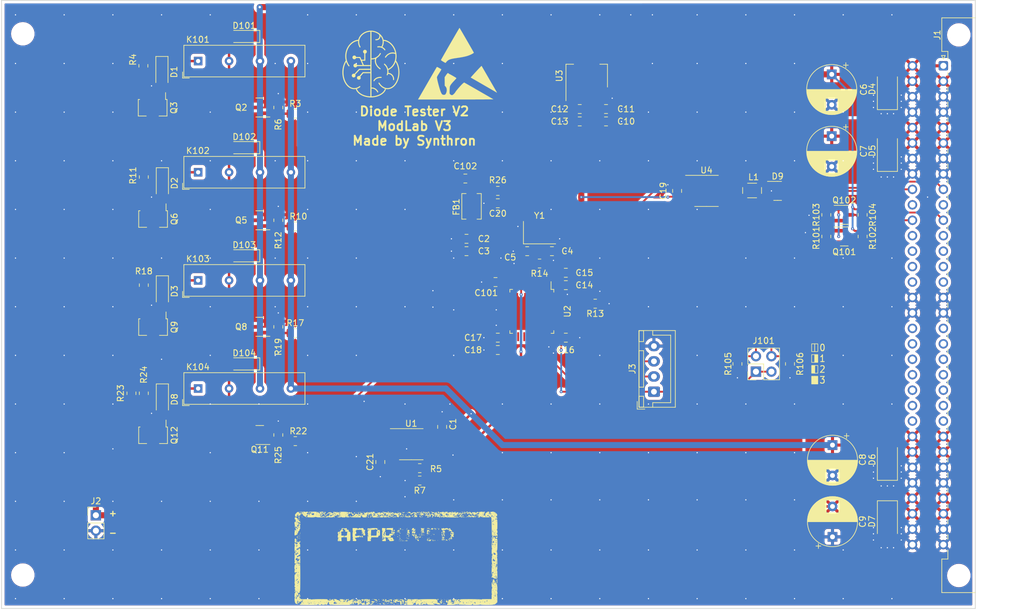
<source format=kicad_pcb>
(kicad_pcb (version 20211014) (generator pcbnew)
  (layers (0 "F.Cu" signal) (31 "B.Cu" signal) (34 "B.Paste" user) (35 "F.Paste" user) (36 "B.SilkS" user "B.Silkscreen") (37 "F.SilkS" user "F.Silkscreen") (38 "B.Mask" user) (39 "F.Mask" user) (44 "Edge.Cuts" user))
  (net 0 "")
  (net 1 "+15V")
  (net 2 "Net-(C2-Pad1)")
  (net 3 "GND")
  (net 4 "Net-(C4-Pad2)")
  (net 5 "Net-(C5-Pad2)")
  (net 6 "+5V")
  (net 7 "+24V")
  (net 8 "-15V")
  (net 9 "+3V3")
  (net 10 "Net-(C20-Pad1)")
  (net 11 "Net-(D1-Pad1)")
  (net 12 "Net-(D1-Pad2)")
  (net 13 "Net-(D2-Pad1)")
  (net 14 "Net-(D2-Pad2)")
  (net 15 "Net-(D3-Pad1)")
  (net 16 "Net-(D3-Pad2)")
  (net 17 "Net-(D8-Pad1)")
  (net 18 "Net-(D8-Pad2)")
  (net 19 "CAN+")
  (net 21 "SDA_FM")
  (net 33 "CAN-")
  (net 35 "SCL_FM")
  (net 47 "LED+")
  (net 48 "/SWDIO")
  (net 49 "/SWCLK")
  (net 50 "Net-(Q2-Pad1)")
  (net 51 "Net-(Q2-Pad3)")
  (net 52 "Net-(Q3-Pad3)")
  (net 53 "Net-(Q5-Pad1)")
  (net 54 "Net-(Q5-Pad3)")
  (net 55 "Net-(Q6-Pad3)")
  (net 56 "Net-(Q8-Pad1)")
  (net 57 "Net-(Q8-Pad3)")
  (net 58 "Net-(Q9-Pad3)")
  (net 59 "Net-(Q11-Pad1)")
  (net 60 "Net-(Q11-Pad3)")
  (net 61 "Net-(Q12-Pad3)")
  (net 62 "2mA")
  (net 63 "Net-(R5-Pad1)")
  (net 64 "Net-(R5-Pad2)")
  (net 65 "5mA")
  (net 66 "Net-(R13-Pad2)")
  (net 67 "10mA")
  (net 68 "20mA")
  (net 69 "Analog_In")
  (net 91 "Net-(U2-Pad39)")
  (net 92 "Net-(U2-Pad40)")
  (net 94 "CAN_Rx")
  (net 95 "CAN_Tx")
  (net 98 "Net-(L1-Pad1)")
  (net 99 "Net-(L1-Pad4)")
  (net 100 "SCL")
  (net 101 "SDA")
  (footprint "Package_TO_SOT_SMD:SOT-89-3" (layer "F.Cu") (at 87.05 61.722 -90)
    (fp_text reference "Q3")
    (fp_text value "BCX53")
  )
  (footprint "Diode_SMD:D_MiniMELF" (layer "F.Cu") (at 88.574 56.134 -90)
    (fp_text reference "D1")
    (fp_text value "5V6")
  )
  (footprint "Capacitor_SMD:C_0805_2012Metric" (layer "F.Cu") (at 157.226 62.23 180)
    (fp_text reference "C12")
    (fp_text value "100n")
  )
  (footprint "Package_SO:SOIC-8_3.9x4.9mm_P1.27mm" (layer "F.Cu") (at 178.054 75.692)
    (fp_text reference "U4")
    (fp_text value "SN65HVD232")
  )
  (footprint "Resistor_SMD:R_0805_2012Metric" (layer "F.Cu") (at 85.526 55.118 -90)
    (fp_text reference "R4")
    (fp_text value "2k2")
  )
  (footprint "Resistor_SMD:R_0805_2012Metric" (layer "F.Cu") (at 107.696 61.976 -90)
    (fp_text reference "R6")
    (fp_text value "100k")
  )
  (footprint "Capacitor_SMD:C_0805_2012Metric" (layer "F.Cu") (at 154.94 91.186)
    (fp_text reference "C14")
    (fp_text value "100n")
  )
  (footprint "Capacitor_SMD:C_0805_2012Metric" (layer "F.Cu") (at 154.94 99.822)
    (fp_text reference "C16")
    (fp_text value "100n")
  )
  (footprint "Diode_SMD:D_SMA" (layer "F.Cu") (at 207.772 119.888 90)
    (fp_text reference "D6")
    (fp_text value "P6SMB16")
  )
  (footprint "Package_TO_SOT_SMD:SOT-23" (layer "F.Cu") (at 200.689 83.185)
    (fp_text reference "Q101")
    (fp_text value "BSS138")
  )
  (footprint "Resistor_SMD:R_0805_2012Metric" (layer "F.Cu") (at 159.766 94.234 180)
    (fp_text reference "R13")
    (fp_text value "100")
  )
  (footprint "Capacitor_SMD:C_0805_2012Metric" (layer "F.Cu") (at 157.226 64.262 180)
    (fp_text reference "C13")
    (fp_text value "1µ")
  )
  (footprint "Capacitor_SMD:C_0805_2012Metric" (layer "F.Cu") (at 152.654 85.598 180)
    (fp_text reference "C4")
    (fp_text value "20p")
  )
  (footprint "Resistor_SMD:R_0805_2012Metric" (layer "F.Cu") (at 130.937 121.285)
    (fp_text reference "R5")
    (fp_text value "10k")
  )
  (footprint "eigene:SRF3225TAC" (layer "F.Cu") (at 183.695 77.021)
    (fp_text reference "L1")
    (fp_text value "SRF3225TAC-101Y")
  )
  (footprint "Diode_SMD:D_SMA" (layer "F.Cu") (at 207.772 58.928 90)
    (fp_text reference "D4")
    (fp_text value "SMAJ5,0A")
  )
  (footprint "Resistor_SMD:R_0805_2012Metric" (layer "F.Cu") (at 197.739 79.629 90)
    (fp_text reference "R103")
    (fp_text value "4k7")
  )
  (footprint "Capacitor_THT:CP_Radial_D8.0mm_P5.00mm" (layer "F.Cu") (at 198.755 117.485349 -90)
    (fp_text reference "C8")
    (fp_text value "100µ")
  )
  (footprint "Package_TO_SOT_SMD:SOT-89-3" (layer "F.Cu") (at 87.122 80.01 -90)
    (fp_text reference "Q6")
    (fp_text value "BCX53")
  )
  (footprint "Resistor_SMD:R_0805_2012Metric" (layer "F.Cu") (at 85.598 91.186 -90)
    (fp_text reference "R18")
    (fp_text value "499")
  )
  (footprint "Capacitor_SMD:C_0805_2012Metric" (layer "F.Cu") (at 138.618 83.566 180)
    (fp_text reference "C2")
    (fp_text value "100n")
  )
  (footprint "Capacitor_SMD:C_0805_2012Metric" (layer "F.Cu") (at 134.62 114.493 90)
    (fp_text reference "C1")
    (fp_text value "100n")
  )
  (footprint "TheBrutzlers_Lib:thebrutzler_approved_small02" (layer "F.Cu") (at 127 136.1)
    (fp_text reference "G***" hide)
    (fp_text value "LOGO" hide)
  )
  (footprint "Capacitor_THT:CP_Radial_D8.0mm_P5.00mm" (layer "F.Cu") (at 198.628 56.525349 -90)
    (fp_text reference "C6")
    (fp_text value "100µ")
  )
  (footprint "Resistor_SMD:R_0805_2012Metric" (layer "F.Cu") (at 107.696 98.044 -90)
    (fp_text reference "R19")
    (fp_text value "100k")
  )
  (footprint "Package_TO_SOT_SMD:SOT-89-3" (layer "F.Cu") (at 87.122 115.57 -90)
    (fp_text reference "Q12")
    (fp_text value "BCX53")
  )
  (footprint "Diode_SMD:D_SMA" (layer "F.Cu") (at 207.772 130.048 -90)
    (fp_text reference "D7")
    (fp_text value "P6SMB16")
  )
  (footprint "Capacitor_SMD:C_0805_2012Metric" (layer "F.Cu") (at 143.764 101.854 180)
    (fp_text reference "C18")
    (fp_text value "4µ7")
  )
  (footprint "Diode_SMD:D_MiniMELF" (layer "F.Cu") (at 88.646 74.422 -90)
    (fp_text reference "D2")
    (fp_text value "5V6")
  )
  (footprint "Diode_SMD:D_MiniMELF" (layer "F.Cu") (at 88.646 109.982 -90)
    (fp_text reference "D8")
    (fp_text value "5V6")
  )
  (footprint "Capacitor_SMD:C_0805_2012Metric" (layer "F.Cu") (at 173.228 75.692 90)
    (fp_text reference "C19")
    (fp_text value "100n")
  )
  (footprint "Resistor_SMD:R_0805_2012Metric" (layer "F.Cu") (at 191.77 104.14 -90)
    (fp_text reference "R106")
    (fp_text value "10k")
  )
  (footprint "Resistor_SMD:R_0805_2012Metric" (layer "F.Cu") (at 130.937 123.317 180)
    (fp_text reference "R7")
    (fp_text value "4k99")
  )
  (footprint "Diode_SMD:D_MiniMELF" (layer "F.Cu") (at 102.108 104.14 180)
    (fp_text reference "D104")
    (fp_text value "LL4148")
  )
  (footprint "Symbol:ESD-Logo_13.2x12mm_SilkScreen" (layer "F.Cu") (at 137.16 54.737)
    (fp_text reference "REF**" hide)
    (fp_text value "ESD-Logo_13.2x12mm_SilkScreen" hide)
  )
  (footprint "eigene:SMB-001" (layer "F.Cu") (at 139.446 78.232 -90)
    (fp_text reference "FB1")
    (fp_text value "SMB-001")
  )
  (footprint "Resistor_SMD:R_0805_2012Metric" (layer "F.Cu") (at 143.764 75.692 180)
    (fp_text reference "R26")
    (fp_text value "10k")
  )
  (footprint "Resistor_SMD:R_0805_2012Metric" (layer "F.Cu") (at 197.739 83.185 90)
    (fp_text reference "R101")
    (fp_text value "4k7")
  )
  (footprint "Resistor_SMD:R_0805_2012Metric" (layer "F.Cu") (at 85.598 108.966 -90)
    (fp_text reference "R24")
    (fp_text value "499")
  )
  (footprint "Capacitor_SMD:C_0805_2012Metric" (layer "F.Cu") (at 138.43 73.66 180)
    (fp_text reference "C102")
    (fp_text value "1µ")
  )
  (footprint "Relay_THT:Relay_SPST_StandexMeder_SIL_Form1A" (layer "F.Cu") (at 94.5255 108.1865)
    (fp_text reference "K104")
    (fp_text value "CO 3570.1331.051 ")
  )
  (footprint "Diode_SMD:D_MiniMELF" (layer "F.Cu") (at 102.108 86.36 180)
    (fp_text reference "D103")
    (fp_text value "LL4148")
  )
  (footprint "Capacitor_SMD:C_0805_2012Metric" (layer "F.Cu") (at 143.383 90.678 180)
    (fp_text reference "C101")
    (fp_text value "1n")
  )
  (footprint "Connector_PinHeader_2.54mm:PinHeader_2x02_P2.54mm_Vertical" (layer "F.Cu") (at 186.177 105.415 90)
    (fp_text reference "J101")
    (fp_text value "Address")
  )
  (footprint "Diode_SMD:D_MiniMELF" (layer "F.Cu") (at 102.108 50.292 180)
    (fp_text reference "D101")
    (fp_text value "LL4148")
  )
  (footprint "Resistor_SMD:R_0805_2012Metric" (layer "F.Cu") (at 150.622 87.63 180)
    (fp_text reference "R14")
    (fp_text value "1M")
  )
  (footprint "Resistor_SMD:R_0805_2012Metric" (layer "F.Cu") (at 110.49 81.534)
    (fp_text reference "R10")
    (fp_text value "10k")
  )
  (footprint "Capacitor_SMD:C_0805_2012Metric" (layer "F.Cu") (at 124.46 120.269 90)
    (fp_text reference "C21")
    (fp_text value "100n")
  )
  (footprint "Resistor_SMD:R_0805_2012Metric" (layer "F.Cu") (at 183.134 104.14 -90)
    (fp_text reference "R105")
    (fp_text value "10k")
  )
  (footprint "Crystal:Crystal_SMD_5032-4Pin_5.0x3.2mm" (layer "F.Cu") (at 150.622 82.55)
    (fp_text reference "Y1")
    (fp_text value "12MHz")
  )
  (footprint "eigene:VG64_Euro" (layer "F.Cu") (at 62.22 144.358)
    (fp_text reference "J1")
    (fp_text value "DIN41612_02x32_AC")
    (fp_line (start 160 -100) (end 160 0) (layer "Edge.Cuts") (width 0.12))
    (fp_line (start 0 0) (end 0 -100) (layer "Edge.Cuts") (width 0.12))
    (fp_line (start 0 -100) (end 160 -100) (layer "Edge.Cuts") (width 0.12))
    (fp_line (start 160 0) (end 0 0) (layer "Edge.Cuts") (width 0.12))
  )
  (footprint "Relay_THT:Relay_SPST_StandexMeder_SIL_Form1A" (layer "F.Cu") (at 94.5255 54.3385)
    (fp_text reference "K101")
    (fp_text value "CO 3570.1331.051 ")
  )
  (footprint "Capacitor_THT:CP_Radial_D8.0mm_P5.00mm" (layer "F.Cu") (at 198.755 132.577651 90)
    (fp_text reference "C9")
    (fp_text value "100µ")
  )
  (footprint "Capacitor_SMD:C_0805_2012Metric" (layer "F.Cu") (at 154.94 89.154)
    (fp_text reference "C15")
    (fp_text value "100n")
  )
  (footprint "Capacitor_SMD:C_0805_2012Metric" (layer "F.Cu") (at 148.59 85.598)
    (fp_text reference "C5")
    (fp_text value "20p")
  )
  (footprint "Resistor_SMD:R_0805_2012Metric" (layer "F.Cu") (at 110.49 116.84)
    (fp_text reference "R22")
    (fp_text value "10k")
  )
  (footprint "Package_TO_SOT_SMD:SOT-23" (layer "F.Cu") (at 104.648 80.518 180)
    (fp_text reference "Q5")
    (fp_text value "BSS138")
  )
  (footprint "Resistor_SMD:R_0805_2012Metric" (layer "F.Cu") (at 110.49 62.992)
    (fp_text reference "R3")
    (fp_text value "10k")
  )
  (footprint "Package_TO_SOT_SMD:SOT-223-3_TabPin2" (layer "F.Cu") (at 158.369 56.769 90)
    (fp_text reference "U3")
    (fp_text value "AP1117-33")
  )
  (footprint "Package_TO_SOT_SMD:SOT-23" (layer "F.Cu") (at 189.738 75.692)
    (fp_text reference "D9")
    (fp_text value "CDSOT23-T24-Q")
  )
  (footprint "Resistor_SMD:R_0805_2012Metric" (layer "F.Cu") (at 110.49 99.06)
    (fp_text reference "R17")
    (fp_text value "10k")
  )
  (footprint "Capacitor_SMD:C_0805_2012Metric" (layer "F.Cu") (at 161.544 62.23)
    (fp_text reference "C11")
    (fp_text value "100n")
  )
  (footprint "Connector_PinHeader_2.54mm:PinHeader_1x02_P2.54mm_Vertical" (layer "F.Cu") (at 77.724 129.027)
    (fp_text reference "J2")
    (fp_text value "Diode")
  )
  (footprint "Capacitor_SMD:C_0805_2012Metric" (layer "F.Cu") (at 143.764 99.822 180)
    (fp_text reference "C17")
    (fp_text value "100n")
  )
  (footprint "Diode_SMD:D_SMA" (layer "F.Cu") (at 207.772 69.088 90)
    (fp_text reference "D5")
    (fp_text value "P6SMB26")
  )
  (footprint "Package_TO_SOT_SMD:SOT-23" (layer "F.Cu") (at 104.648 61.976 180)
    (fp_text reference "Q2")
    (fp_text value "BSS138")
  )
  (footprint "Resistor_SMD:R_0805_2012Metric" (layer "F.Cu") (at 203.708 79.629 90)
    (fp_text reference "R104")
    (fp_text value "4k7")
  )
  (footprint "Package_QFP:LQFP-48_7x7mm_P0.5mm" (layer "F.Cu") (at 149.352 95.504 -90)
    (fp_text reference "U2")
    (fp_text value "STM32F103C8Tx")
  )
  (footprint "Capacitor_THT:CP_Radial_D8.0mm_P5.00mm" (layer "F.Cu") (at 198.628 66.685349 -90)
    (fp_text reference "C7")
    (fp_text value "100µ")
  )
  (footprint "Capacitor_SMD:C_0805_2012Metric" (layer "F.Cu") (at 161.544 64.262)
    (fp_text reference "C10")
    (fp_text value "1µ")
  )
  (footprint "Resistor_SMD:R_0805_2012Metric" (layer "F.Cu") (at 203.708 83.185 90)
    (fp_text reference "R102")
    (fp_text value "4k7")
  )
  (footprint "Package_SO:SOIC-8_3.9x4.9mm_P1.27mm" (layer "F.Cu") (at 129.54 117.348)
    (fp_text reference "U1")
    (fp_text value "LM2904")
  )
  (footprint "Package_TO_SOT_SMD:SOT-23" (layer "F.Cu") (at 200.689 79.629)
    (fp_text reference "Q102")
    (fp_text value "BSS138")
  )
  (footprint "Resistor_SMD:R_0805_2012Metric" (layer "F.Cu") (at 85.598 73.406 -90)
    (fp_text reference "R11")
    (fp_text value "1k")
  )
  (footprint "Resistor_SMD:R_0805_2012Metric" (layer "F.Cu") (at 107.696 115.824 -90)
    (fp_text reference "R25")
    (fp_text value "100k")
  )
  (footprint "Diode_SMD:D_MiniMELF" (layer "F.Cu") (at 102.108 68.58 180)
    (fp_text reference "D102")
    (fp_text value "LL4148")
  )
  (footprint "Relay_THT:Relay_SPST_StandexMeder_SIL_Form1A" (layer "F.Cu") (at 94.5255 90.4065)
    (fp_text reference "K103")
    (fp_text value "CO 3570.1331.051 ")
  )
  (footprint "eigene:logo" (layer "F.Cu") (at 122.936 54.864)
    (fp_text reference "G***" hide)
    (fp_text value "LOGO" hide)
  )
  (footprint "Capacitor_SMD:C_0805_2012Metric" (layer "F.Cu") (at 143.764 77.724 180)
    (fp_text reference "C20")
    (fp_text value "100n")
  )
  (footprint "Resistor_SMD:R_0805_2012Metric" (layer "F.Cu") (at 83.566 108.966 -90)
    (fp_text reference "R23")
    (fp_text value "499")
  )
  (footprint "Package_TO_SOT_SMD:SOT-23" (layer "F.Cu") (at 104.648 98.044 180)
    (fp_text reference "Q8")
    (fp_text value "BSS138")
  )
  (footprint "Capacitor_SMD:C_0805_2012Metric" (layer "F.Cu") (at 138.618 85.598 180)
    (fp_text reference "C3")
    (fp_text value "1µ")
  )
  (footprint "Package_TO_SOT_SMD:SOT-89-3" (layer "F.Cu") (at 87.122 97.79 -90)
    (fp_text reference "Q9")
    (fp_text value "BCX53")
  )
  (footprint "Relay_THT:Relay_SPST_StandexMeder_SIL_Form1A" (layer "F.Cu") (at 94.5255 72.6265)
    (fp_text reference "K102")
    (fp_text value "CO 3570.1331.051 ")
  )
  (footprint "Package_TO_SOT_SMD:SOT-23" (layer "F.Cu") (at 104.648 115.824 180)
    (fp_text reference "Q11")
    (fp_text value "BSS138")
  )
  (footprint "Connector_JST:JST_XH_B4B-XH-A_1x04_P2.50mm_Vertical" (layer "F.Cu") (at 169.418 108.712 90)
    (fp_text reference "J3")
    (fp_text value "SWD")
  )
  (footprint "Resistor_SMD:R_0805_2012Metric" (layer "F.Cu") (at 107.696 80.518 -90)
    (fp_text reference "R12")
    (fp_text value "100k")
  )
  (footprint "Diode_SMD:D_MiniMELF" (layer "F.Cu") (at 88.646 92.202 -90)
    (fp_text reference "D3")
    (fp_text value "5V6")
  )
  (gr_rect (start 195.834 107.442) (end 195.326 106.172) (layer "F.SilkS") (width 0.1) (fill solid))
  (gr_rect (start 195.834 102.108) (end 195.326 100.838) (layer "F.SilkS") (width 0.1) (fill none))
  (gr_rect (start 196.342 105.664) (end 195.834 104.394) (layer "F.SilkS") (width 0.1) (fill none))
  (gr_rect (start 196.342 103.886) (end 195.834 102.616) (layer "F.SilkS") (width 0.1) (fill solid))
  (gr_rect (start 195.834 103.886) (end 195.326 102.616) (layer "F.SilkS") (width 0.1) (fill none))
  (gr_rect (start 196.342 102.108) (end 195.834 100.838) (layer "F.SilkS") (width 0.1) (fill none))
  (gr_rect (start 195.834 105.664) (end 195.326 104.394) (layer "F.SilkS") (width 0.1) (fill solid))
  (gr_rect (start 196.342 107.442) (end 195.834 106.172) (layer "F.SilkS") (width 0.1) (fill solid))
  (gr_text "Diode Tester V2\nModLab V3\nMade by Synthron" (at 130.048 65.024) (layer "F.SilkS") (effects (font (size 1.5 1.5) (thickness 0.3))))
  (gr_text "0\n1\n2\n3" (at 197.104 104.14) (layer "F.SilkS") (effects (font (size 1.1 1))))
  (gr_text "+\n\n-" (at 80.518 130.302) (layer "F.SilkS") (effects (font (size 1 1) (thickness 0.2))))
  (segment (start 134.62 115.443) (end 136.271 115.443) (width 0.4) (layer "F.Cu") (net 1))
  (segment (start 132.015 115.443) (end 134.493 115.443) (width 0.3) (layer "F.Cu") (net 1))
  (segment (start 136.271 115.443) (end 139.3825 112.3315) (width 0.4) (layer "F.Cu") (net 1))
  (via (at 139.3825 112.3315) (size 0.5) (drill 0.2) (layers "F.Cu" "B.Cu") (net 1))
  (segment (start 109.7655 54.3385) (end 109.7655 108.1865) (width 1) (layer "B.Cu") (net 1))
  (segment (start 198.755 117.485349) (end 144.536349 117.485349) (width 1) (layer "B.Cu") (net 1))
  (segment (start 139.3825 112.3315) (end 135.2375 108.1865) (width 1) (layer "B.Cu") (net 1))
  (segment (start 144.536349 117.485349) (end 139.3825 112.3315) (width 1) (layer "B.Cu") (net 1))
  (segment (start 135.2375 108.1865) (end 109.7655 108.1865) (width 1) (layer "B.Cu") (net 1))
  (segment (start 139.448 87.378) (end 139.448 80.772) (width 0.3) (layer "F.Cu") (net 2))
  (segment (start 140.589 88.519) (end 139.448 87.378) (width 0.3) (layer "F.Cu") (net 2))
  (segment (start 148.102 91.3415) (end 148.102 89.682) (width 0.3) (layer "F.Cu") (net 2))
  (segment (start 148.102 89.682) (end 146.939 88.519) (width 0.3) (layer "F.Cu") (net 2))
  (segment (start 146.939 88.519) (end 140.589 88.519) (width 0.3) (layer "F.Cu") (net 2))
  (segment (start 155.89 89.154) (end 157.226 89.154) (width 0.3) (layer "F.Cu") (net 3))
  (segment (start 191.77 105.0525) (end 191.77 106.426) (width 0.3) (layer "F.Cu") (net 3))
  (segment (start 173.228 74.742) (end 171.77 74.742) (width 0.3) (layer "F.Cu") (net 3))
  (segment (start 147.082 81.55) (end 147.066 81.534) (width 0.3) (layer "F.Cu") (net 3))
  (segment (start 175.579 75.057) (end 173.543 75.057) (width 0.3) (layer "F.Cu") (net 3))
  (segment (start 142.814 101.854) (end 141.478 101.854) (width 0.3) (layer "F.Cu") (net 3))
  (segment (start 107.696 79.6055) (end 107.696 78.232) (width 0.4) (layer "F.Cu") (net 3))
  (segment (start 134.62 113.543) (end 134.62 112.014) (width 0.3) (layer "F.Cu") (net 3))
  (segment (start 107.696 114.9115) (end 107.696 113.538) (width 0.4) (layer "F.Cu") (net 3))
  (segment (start 124.46 121.219) (end 124.46 122.682) (width 0.3) (layer "F.Cu") (net 3))
  (segment (start 105.5855 97.094) (end 107.6585 97.094) (width 0.4) (layer "F.Cu") (net 3))
  (segment (start 171.77 74.742) (end 171.704 74.676) (width 0.3) (layer "F.Cu") (net 3))
  (segment (start 154.65 93.254) (end 155.194 92.71) (width 0.3) (layer "F.Cu") (net 3))
  (segment (start 142.814 99.822) (end 141.478 99.822) (width 0.3) (layer "F.Cu") (net 3))
  (segment (start 105.5855 61.026) (end 107.6585 61.026) (width 0.4) (layer "F.Cu") (net 3))
  (segment (start 128.53502 123.317) (end 128.530763 123.321257) (width 0.3) (layer "F.Cu") (net 3))
  (segment (start 148.972 81.55) (end 147.082 81.55) (width 0.3) (layer "F.Cu") (net 3))
  (segment (start 156.276 64.262) (end 156.069 64.055) (width 0.4) (layer "F.Cu") (net 3))
  (segment (start 183.134 105.0525) (end 183.134 106.426) (width 0.3) (layer "F.Cu") (net 3))
  (segment (start 137.668 83.566) (end 136.144 83.566) (width 0.3) (layer "F.Cu") (net 3))
  (segment (start 148.602 89.293) (end 148.602 91.3415) (width 0.3) (layer "F.Cu") (net 3))
  (segment (start 160.6785 94.234) (end 162.052 94.234) (width 0.3) (layer "F.Cu") (net 3))
  (segment (start 156.069 64.055) (end 156.069 59.919) (width 0.4) (layer "F.Cu") (net 3))
  (segment (start 107.6585 79.568) (end 107.696 79.6055) (width 0.4) (layer "F.Cu") (net 3))
  (segment (start 130.0245 123.317) (end 128.53502 123.317) (width 0.3) (layer "F.Cu") (net 3))
  (segment (start 107.6585 97.094) (end 107.696 97.1315) (width 0.4) (layer "F.Cu") (net 3))
  (segment (start 155.89 99.822) (end 157.226 99.822) (width 0.3) (layer "F.Cu") (net 3))
  (segment (start 137.668 85.598) (end 136.144 85.598) (width 0.3) (layer "F.Cu") (net 3))
  (segment (start 173.543 75.057) (end 173.228 74.742) (width 0.3) (layer "F.Cu") (net 3))
  (segment (start 153.604 85.598) (end 154.94 85.598) (width 0.3) (layer "F.Cu") (net 3))
  (segment (start 151.602 100.802) (end 151.602 99.6665) (width 0.3) (layer "F.Cu") (net 3))
  (segment (start 105.5855 79.568) (end 107.6585 79.568) (width 0.4) (layer "F.Cu") (net 3))
  (segment (start 107.696 61.0635) (end 107.696 59.69) (width 0.4) (layer "F.Cu") (net 3))
  (segment (start 152.146 101.346) (end 151.602 100.802) (width 0.3) (layer "F.Cu") (net 3))
  (segment (start 142.433 90.678) (end 141.097 90.678) (width 0.3) (layer "F.Cu") (net 3))
  (segment (start 142.814 77.724) (end 141.478 77.724) (width 0.3) (layer "F.Cu") (net 3))
  (segment (start 152.272 83.55) (end 153.908 83.55) (width 0.3) (layer "F.Cu") (net 3))
  (segment (start 107.696 97.1315) (end 107.696 95.758) (width 0.4) (layer "F.Cu") (net 3))
  (segment (start 153.5145 93.254) (end 154.65 93.254) (width 0.3) (layer "F.Cu") (net 3))
  (segment (start 146.431 87.63) (end 146.939 87.63) (width 0.3) (layer "F.Cu") (net 3))
  (segment (start 107.6585 61.026) (end 107.696 61.0635) (width 0.4) (layer "F.Cu") (net 3))
  (segment (start 147.64 85.598) (end 146.304 85.598) (width 0.3) (layer "F.Cu") (net 3))
  (segment (start 190.6755 75.692) (end 188.722 75.692) (width 0.3) (layer "F.Cu") (net 3))
  (segment (start 146.939 87.63) (end 148.602 89.293) (width 0.3) (layer "F.Cu") (net 3))
  (segment (start 107.6585 114.874) (end 107.696 114.9115) (width 0.4) (layer "F.Cu") (net 3))
  (segment (start 105.5855 114.874) (end 107.6585 114.874) (width 0.4) (layer "F.Cu") (net 3))
  (segment (start 155.89 91.186) (end 157.226 91.186) (width 0.3) (layer "F.Cu") (net 3))
  (segment (start 153.908 83.55) (end 153.924 83.566) (width 0.3) (layer "F.Cu") (net 3))
  (segment (start 145.1895 97.754) (end 143.546 97.754) (width 0.3) (layer "F.Cu") (net 3))
  (via (at 107.696 78.232) (size 0.5) (drill 0.2) (layers "F.Cu" "B.Cu") (net 3))
  (via (at 205.486 131.064) (size 0.5) (drill 0.2) (layers "F.Cu" "B.Cu") (net 3))
  (via (at 128.516 78.736) (size 0.5) (drill 0.2) (layers "F.Cu" "B.Cu") (net 3))
  (via (at 107.696 59.69) (size 0.5) (drill 0.2) (layers "F.Cu" "B.Cu") (net 3))
  (via (at 207.772 134.366) (size 0.5) (drill 0.2) (layers "F.Cu" "B.Cu") (net 3))
  (via (at 168.516 118.736) (size 0.5) (drill 0.2) (layers "F.Cu" "B.Cu") (net 3))
  (via (at 169.164 46.736) (size 0.5) (drill 0.2) (layers "F.Cu" "B.Cu") (net 3))
  (via (at 107.188 102.743) (size 0.5) (drill 0.2) (layers "F.Cu" "B.Cu") (net 3))
  (via (at 210.058 131.064) (size 0.5) (drill 0.2) (layers "F.Cu" "B.Cu") (net 3))
  (via (at 64.516 134.736) (size 0.5) (drill 0.2) (layers "F.Cu" "B.Cu") (net 3))
  (via (at 205.486 72.136) (size 0.5) (drill 0.2) (layers "F.Cu" "B.Cu") (net 3))
  (via (at 192.516 86.736) (size 0.5) (drill 0.2) (layers "F.Cu" "B.Cu") (net 3))
  (via (at 80.516 54.736) (size 0.5) (drill 0.2) (layers "F.Cu" "B.Cu") (net 3))
  (via (at 112.516 70.736) (size 0.5) (drill 0.2) (layers "F.Cu" "B.Cu") (net 3))
  (via (at 112.516 62.736) (size 0.5) (drill 0.2) (layers "F.Cu" "B.Cu") (net 3))
  (via (at 80.516 78.736) (size 0.5) (drill 0.2) (layers "F.Cu" "B.Cu") (net 3))
  (via (at 160.516 78.736) (size 0.5) (drill 0.2) (layers "F.Cu" "B.Cu") (net 3))
  (via (at 64.516 62.736) (size 0.5) (drill 0.2) (layers "F.Cu" "B.Cu") (net 3))
  (via (at 88.516 70.736) (size 0.5) (drill 0.2) (layers "F.Cu" "B.Cu") (net 3))
  (via (at 157.226 99.822) (size 0.5) (drill 0.2) (layers "F.Cu" "B.Cu") (net 3))
  (via (at 152.516 126.492) (size 0.5) (drill 0.2) (layers "F.Cu" "B.Cu") (net 3))
  (via (at 80.516 110.736) (size 0.5) (drill 0.2) (layers "F.Cu" "B.Cu") (net 3))
  (via (at 80.516 86.736) (size 0.5) (drill 0.2) (layers "F.Cu" "B.Cu") (net 3))
  (via (at 205.486 60.96) (size 0.5) (drill 0.2) (layers "F.Cu" "B.Cu") (net 3))
  (via (at 112.516 126.736) (size 0.5) (drill 0.2) (layers "F.Cu" "B.Cu") (net 3))
  (via (at 210.058 132.08) (size 0.5) (drill 0.2) (layers "F.Cu" "B.Cu") (net 3))
  (via (at 152.516 70.736) (size 0.5) (drill 0.2) (layers "F.Cu" "B.Cu") (net 3))
  (via (at 152.146 101.346) (size 0.5) (drill 0.2) (layers "F.Cu" "B.Cu") (net 3))
  (via (at 208.788 124.206) (size 0.5) (drill 0.2) (layers "F.Cu" "B.Cu") (net 3))
  (via (at 168.516 86.736) (size 0.5) (drill 0.2) (layers "F.Cu" "B.Cu") (net 3))
  (via (at 141.478 77.724) (size 0.5) (drill 0.2) (layers "F.Cu" "B.Cu") (net 3))
  (via (at 88.516 142.736) (size 0.5) (drill 0.2) (layers "F.Cu" "B.Cu") (net 3))
  (via (at 184.516 134.736) (size 0.5) (drill 0.2) (layers "F.Cu" "B.Cu") (net 3))
  (via (at 133.1 94.8) (size 0.5) (drill 0.2) (layers "F.Cu" "B.Cu") (net 3))
  (via (at 176.516 110.736) (size 0.5) (drill 0.2) (layers "F.Cu" "B.Cu") (net 3))
  (via (at 205.486 121.92) (size 0.5) (drill 0.2) (layers "F.Cu" "B.Cu") (net 3))
  (via (at 120.516 119.38) (size 0.5) (drill 0.2) (layers "F.Cu" "B.Cu") (net 3))
  (via (at 120.516 126.736) (size 0.5) (drill 0.2) (layers "F.Cu" "B.Cu") (net 3))
  (via (at 152.908 87.122) (size 0.5) (drill 0.2) (layers "F.Cu" "B.Cu") (net 3))
  (via (at 210.058 121.92) (size 0.5) (drill 0.2) (layers "F.Cu" "B.Cu") (net 3))
  (via (at 184.516 46.736) (size 0.5) (drill 0.2) (layers "F.Cu" "B.Cu") (net 3))
  (via (at 107.188 86.741) (size 0.5) (drill 0.2) (layers "F.Cu" "B.Cu") (net 3))
  (via (at 192.516 142.736) (size 0.5) (drill 0.2) (layers "F.Cu" "B.Cu") (net 3))
  (via (at 176.516 142.736) (size 0.5) (drill 0.2) (layers "F.Cu" "B.Cu") (net 3))
  (via (at 136.516 46.736) (size 0.5) (drill 0.2) (layers "F.Cu" "B.Cu") (net 3))
  (via (at 112.516 118.736) (size 0.5) (drill 0.2) (layers "F.Cu" "B.Cu") (net 3))
  (via (at 88.516 86.736) (size 0.5) (drill 0.2) (layers "F.Cu" "B.Cu") (net 3))
  (via (at 144.516 62.736) (size 0.5) (drill 0.2) (layers "F.Cu" "B.Cu") (net 3))
  (via (at 168.516 110.736) (size 0.5) (drill 0.2) (layers "F.Cu" "B.Cu") (net 3))
  (via (at 144.272 86.736) (size 0.5) (drill 0.2) (layers "F.Cu" "B.Cu") (net 3))
  (via (at 72.516 102.736) (size 0.5) (drill 0.2) (layers "F.Cu" "B.Cu") (net 3))
  (via (at 192.516 118.736) (size 0.5) (drill 0.2) (layers "F.Cu" "B.Cu") (net 3))
  (via (at 104.516 118.736) (size 0.5) (drill 0.2) (layers "F.Cu" "B.Cu") (net 3))
  (via (at 208.516 46.736) (size 0.5) (drill 0.2) (layers "F.Cu" "B.Cu") (net 3))
  (via (at 183.134 106.426) (size 0.5) (drill 0.2) (layers "F.Cu" "B.Cu") (net 3))
  (via (at 152.516 118.736) (size 0.5) (drill 0.2) (layers "F.Cu" "B.Cu") (net 3))
  (via (at 136.516 62.736) (size 0.5) (drill 0.2) (layers "F.Cu" "B.Cu") (net 3))
  (via (at 134.62 112.014) (size 0.5) (drill 0.2) (layers "F.Cu" "B.Cu") (net 3))
  (via (at 176.516 134.736) (size 0.5) (drill 0.2) (layers "F.Cu" "B.Cu") (net 3))
  (via (at 133.1 92.1) (size 0.5) (drill 0.2) (layers "F.Cu" "B.Cu") (net 3))
  (via (at 128.516 94.736) (size 0.5) (drill 0.2) (layers "F.Cu" "B.Cu") (net 3))
  (via (at 153.924 83.566) (size 0.5) (drill 0.2) (layers "F.Cu" "B.Cu") (net 3))
  (via (at 200.516 142.736) (size 0.5) (drill 0.2) (layers "F.Cu" "B.Cu") (net 3))
  (via (at 96.516 118.736) (size 0.5) (drill 0.2) (layers "F.Cu" "B.Cu") (net 3))
  (via (at 191.77 106.426) (size 0.5) (drill 0.2) (layers "F.Cu" "B.Cu") (net 3))
  (via (at 112.516 86.736) (size 0.5) (drill 0.2) (layers "F.Cu" "B.Cu") (net 3))
  (via (at 120.516 46.736) (size 0.5) (drill 0.2) (layers "F.Cu" "B.Cu") (net 3))
  (via (at 184.516 62.736) (size 0.5) (drill 0.2) (layers "F.Cu" "B.Cu") (net 3))
  (via (at 157.226 91.186) (size 0.5) (drill 0.2) (layers "F.Cu" "B.Cu") (net 3))
  (via (at 96.516 126.736) (size 0.5) (drill 0.2) (layers "F.Cu" "B.Cu") (net 3))
  (via (at 210.058 59.944) (size 0.5) (drill 0.2) (layers "F.Cu" "B.Cu") (net 3))
  (via (at 205.486 61.976) (size 0.5) (drill 0.2) (layers "F.Cu" "B.Cu") (net 3))
  (via (at 120.516 70.736) (size 0.5) (drill 0.2) (layers "F.Cu" "B.Cu") (net 3))
  (via (at 162.56 60.452) (size 0.5) (drill 0.2) (layers "F.Cu" "B.Cu") (net 3))
  (via (at 194.9 79.7) (size 0.5) (drill 0.2) (layers "F.Cu" "B.Cu") (net 3))
  (via (at 72.516 126.736) (size 0.5) (drill 0.2) (layers "F.Cu" "B.Cu") (net 3))
  (via (at 154.432 64.262) (size 0.5) (drill 0.2) (layers "F.Cu" "B.Cu") (net 3))
  (via (at 141.478 99.822) (size 0.5) (drill 0.2) (layers "F.Cu" "B.Cu") (net 3))
  (via (at 88.516 134.736) (size 0.5) (drill 0.2) (layers "F.Cu" "B.Cu") (net 3))
  (via (at 128.516 46.736) (size 0.5) (drill 0.2) (layers "F.Cu" "B.Cu") (net 3))
  (via (at 200.516 94.736) (size 0.5) (drill 0.2) (layers "F.Cu" "B.Cu") (net 3))
  (via (at 144.516 126.492) (size 0.5) (drill 0.2) (layers "F.Cu" "B.Cu") (net 3))
  (via (at 64.516 46.736) (size 0.5) (drill 0.2) (layers "F.Cu" "B.Cu") (net 3))
  (via (at 208.788 62.992) (size 0.5) (drill 0.2) (layers "F.Cu" "B.Cu") (net 3))
  (via (at 128.530763 123.321257) (size 0.5) (drill 0.2) (layers "F.Cu" "B.Cu") (net 3))
  (via (at 136.144 83.566) (size 0.5) (drill 0.2) (layers "F.Cu" "B.Cu") (net 3))
  (via (at 136.516 142.736) (size 0.5) (drill 0.2) (layers "F.Cu" "B.Cu") (net 3))
  (via (at 207.772 124.206) (size 0.5) (drill 0.2) (layers "F.Cu" "B.Cu") (net 3))
  (via (at 88.516 46.736) (size 0.5) (drill 0.2) (layers "F.Cu" "B.Cu") (net 3))
  (via (at 146.431 87.63) (size 0.5) (drill 0.2) (layers "F.Cu" "B.Cu") (net 3))
  (via (at 112.516 142.736) (size 0.5) (drill 0.2) (layers "F.Cu" "B.Cu") (net 3))
  (via (at 160.528 92.202) (size 0.5) (drill 0.2) (layers "F.Cu" "B.Cu") (net 3))
  (via (at 64.516 118.736) (size 0.5) (drill 0.2) (layers "F.Cu" "B.Cu") (net 3))
  (via (at 72.516 86.736) (size 0.5) (drill 0.2) (layers "F.Cu" "B.Cu") (net 3))
  (via (at 80.516 142.736) (size 0.5) (drill 0.2) (layers "F.Cu" "B.Cu") (net 3))
  (via (at 143.51 95.25) (size 0.5) (drill 0.2) (layers "F.Cu" "B.Cu") (net 3))
  (via (at 160.516 118.736) (size 0.5) (drill 0.2) (layers "F.Cu" "B.Cu") (net 3))
  (via (at 160.516 110.736) (size 0.5) (drill 0.2) (layers "F.Cu" "B.Cu") (net 3))
  (via (at 128.516 62.736) (size 0.5) (drill 0.2) (layers "F.Cu" "B.Cu") (net 3))
  (via (at 96.516 110.736) (size 0.5) (drill 0.2) (layers "F.Cu" "B.Cu") (net 3))
  (via (at 86.868 112.268) (size 0.5) (drill 0.2) (layers "F.Cu" "B.Cu") (net 3))
  (via (at 192.516 134.736) (size 0.5) (drill 0.2) (layers "F.Cu" "B.Cu") (net 3))
  (via (at 128.778 118.11) (size 0.5) (drill 0.2) (layers "F.Cu" "B.Cu") (net 3))
  (via (at 120.516 54.736) (size 0.5) (drill 0.2) (layers "F.Cu" "B.Cu") (net 3))
  (via (at 112.516 46.736) (size 0.5) (drill 0.2) (layers "F.Cu" "B.Cu") (net 3))
  (via (at 205.486 71.12) (size 0.5) (drill 0.2) (layers "F.Cu" "B.Cu") (net 3))
  (via (at 176.516 118.736) (size 0.5) (drill 0.2) (layers "F.Cu" "B.Cu") (net 3))
  (via (at 200.516 102.736) (size 0.5) (drill 0.2) (layers "F.Cu" "B.Cu") (net 3))
  (via (at 80.516 102.736) (size 0.5) (drill 0.2) (layers "F.Cu" "B.Cu") (net 3))
  (via (at 120.516 78.736) (size 0.5) (drill 0.2) (layers "F.Cu" "B.Cu") (net 3))
  (via (at 96.516 78.736) (size 0.5) (drill 0.2) (layers "F.Cu" "B.Cu") (net 3))
  (via (at 208.516 110.736) (size 0.5) (drill 0.2) (layers "F.Cu" "B.Cu") (net 3))
  (via (at 120.516 94.736) (size 0.5) (drill 0.2) (layers "F.Cu" "B.Cu") (net 3))
  (via (at 184.516 110.736) (size 0.5) (drill 0.2) (layers "F.Cu" "B.Cu") (net 3))
  (via (at 210.058 133.096) (size 0.5) (drill 0.2) (layers "F.Cu" "B.Cu") (net 3))
  (via (at 72.516 78.736) (size 0.5) (drill 0.2) (layers "F.Cu" "B.Cu") (net 3))
  (via (at 210.058 61.976) (size 0.5) (drill 0.2) (layers "F.Cu" "B.Cu") (net 3))
  (via (at 155.194 92.71) (size 0.5) (drill 0.2) (layers "F.Cu" "B.Cu") (net 3))
  (via (at 192.516 126.492) (size 0.5) (drill 0.2) (layers "F.Cu" "B.Cu") (net 3))
  (via (at 207.772 62.992) (size 0.5) (drill 0.2) (layers "F.Cu" "B.Cu") (net 3))
  (via (at 80.516 46.736) (size 0.5) (drill 0.2) (layers "F.Cu" "B.Cu") (net 3))
  (via (at 112.516 94.736) (size 0.5) (drill 0.2) (layers "F.Cu" "B.Cu") (net 3))
  (via (at 210.058 72.136) (size 0.5) (drill 0.2) (layers "F.Cu" "B.Cu") (net 3))
  (via (at 207.772 73.406) (size 0.5) (drill 0.2) (layers "F.Cu" "B.Cu") (net 3))
  (via (at 164.084 64.262) (size 0.5) (drill 0.2) (layers "F.Cu" "B.Cu") (net 3))
  (via (at 80.516 94.736) (size 0.5) (drill 0.2) (layers "F.Cu" "B.Cu") (net 3))
  (via (at 169.164 54.736) (size 0.5) (drill 0.2) (layers "F.Cu" "B.Cu") (net 3))
  (via (at 64.516 54.736) (size 0.5) (drill 0.2) (layers "F.Cu" "B.Cu") (net 3))
  (via (at 136.516 95.25) (size 0.5) (drill 0.2) (layers "F.Cu" "B.Cu") (net 3))
  (via (at 64.516 70.736) (size 0.5) (drill 0.2) (layers "F.Cu" "B.Cu") (net 3))
  (via (at 200.516 46.736) (size 0.5) (drill 0.2) (layers "F.Cu" "B.Cu") (net 3))
  (via (at 205.486 133.096) (size 0.5) (drill 0.2) (layers "F.Cu" "B.Cu") (net 3))
  (via (at 136.516 126.492) (size 0.5) (drill 0.2) (layers "F.Cu" "B.Cu") (net 3))
  (via (at 208.516 94.736) (size 0.5) (drill 0.2) (layers "F.Cu" "B.Cu") (net 3))
  (via (at 147.066 81.534) (size 0.5) (drill 0.2) (layers "F.Cu" "B.Cu") (net 3))
  (via (at 64.516 86.736) (size 0.5) (drill 0.2) (layers "F.Cu" "B.Cu") (net 3))
  (via (at 192.516 94.736) (size 0.5) (drill 0.2) (layers "F.Cu" "B.Cu") (net 3))
  (via (at 176.516 62.736) (size 0.5) (drill 0.2) (layers "F.Cu" "B.Cu") (net 3))
  (via (at 192.516 62.736) (size 0.5) (drill 0.2) (layers "F.Cu" "B.Cu") (net 3))
  (via (at 120.516 62.736) (size 0.5) (drill 0.2) (layers "F.Cu" "B.Cu") (net 3))
  (via (at 72.516 118.736) (size 0.5) (drill 0.2) (layers "F.Cu" "B.Cu") (net 3))
  (via (at 72.516 46.736) (size 0.5) (drill 0.2) (layers "F.Cu" "B.Cu") (net 3))
  (via (at 86.868 58.42) (size 0.5) (drill 0.2) (layers "F.Cu" "B.Cu") (net 3))
  (via (at 157.226 89.154) (size 0.5) (drill 0.2) (layers "F.Cu" "B.Cu") (net 3))
  (via (at 135.89 110.744) (size 0.5) (drill 0.2) (layers "F.Cu" "B.Cu") (net 3))
  (via (at 136.516 134.736) (size 0.5) (drill 0.2) (layers "F.Cu" "B.Cu") (net 3))
  (via (at 214.376 76.708) (size 0.5) (drill 0.2) (layers "F.Cu" "B.Cu") (net 3))
  (via (at 168.516 62.736) (size 0.5) (drill 0.2) (layers "F.Cu" "B.Cu") (net 3))
  (via (at 184.516 118.736) (size 0.5) (drill 0.2) (layers "F.Cu" "B.Cu") (net 3))
  (via (at 168.516 126.492) (size 0.5) (drill 0.2) (layers "F.Cu" "B.Cu") (net 3))
  (via (at 152.516 46.736) (size 0.5) (drill 0.2) (layers "F.Cu" "B.Cu") (net 3))
  (via (at 72.516 54.736) (size 0.5) (drill 0.2) (layers "F.Cu" "B.Cu") (net 3))
  (via (at 184.516 54.736) (size 0.5) (drill 0.2) (layers "F.Cu" "B.Cu") (net 3))
  (via (at 208.516 86.736) (size 0.5) (drill 0.2) (layers "F.Cu" "B.Cu") (net 3))
  (via (at 184.516 86.736) (size 0.5) (drill 0.2) (layers "F.Cu" "B.Cu") (net 3))
  (via (at 200.516 70.736) (size 0.5) (drill 0.2) (layers "F.Cu" "B.Cu") (net 3))
  (via (at 200.516 62.736) (size 0.5) (drill 0.2) (layers "F.Cu" "B.Cu") (net 3))
  (via (at 200.516 134.736) (size 0.5) (drill 0.2) (layers "F.Cu" "B.Cu") (net 3))
  (via (at 80.516 126.736) (size 0.5) (drill 0.2) (layers "F.Cu" "B.Cu") (net 3))
  (via (at 96.516 134.736) (size 0.5) (drill 0.2) (layers "F.Cu" "B.Cu") (net 3))
  (via (at 152.516 62.736) (size 0.5) (drill 0.2) (layers "F.Cu" "B.Cu") (net 3))
  (via (at 144.516 134.736) (size 0.5) (drill 0.2) (layers "F.Cu" "B.Cu") (net 3))
  (via (at 88.516 103.378) (size 0.5) (drill 0.2) (layers "F.Cu" "B.Cu") (net 3))
  (via (at 96.516 62.736) (size 0.5) (drill 0.2) (layers "F.Cu" "B.Cu") (net 3))
  (via (at 160.516 126.492) (size 0.5) (drill 0.2) (layers "F.Cu" "B.Cu") (net 3))
  (via (at 206.756 134.366) (size 0.5) (drill 0.2) (layers "F.Cu" "B.Cu") (net 3))
  (via (at 72.516 142.736) (size 0.5) (drill 0.2) (layers "F.Cu" "B.Cu") (net 3))
  (via (at 176.516 94.736) (size 0.5) (drill 0.2) (layers "F.Cu" "B.Cu") (net 3))
  (via (at 64.516 102.736) (size 0.5) (drill 0.2) (layers "F.Cu" "B.Cu") (net 3))
  (via (at 184.516 126.492) (size 0.5) (drill 0.2) (layers "F.Cu" "B.Cu") (net 3))
  (via (at 136.144 85.598) (size 0.5) (drill 0.2) (layers "F.Cu" "B.Cu") (net 3))
  (via (at 112.516 102.736) (size 0.5) (drill 0.2) (layers "F.Cu" "B.Cu") (net 3))
  (via (at 146.304 85.598) (size 0.5) (drill 0.2) (layers "F.Cu" "B.Cu") (net 3))
  (via (at 136.398 119.126) (size 0.5) (drill 0.2) (layers "F.Cu" "B.Cu") (net 3))
  (via (at 210.058 71.12) (size 0.5) (drill 0.2) (layers "F.Cu" "B.Cu") (net 3))
  (via (at 162.052 94.234) (size 0.5) (drill 0.2) (layers "F.Cu" "B.Cu") (net 3))
  (via (at 64.516 110.736) (size 0.5) (drill 0.2) (layers "F.Cu" "B.Cu") (net 3))
  (via (at 107.188 54.737) (size 0.5) (drill 0.2) (layers "F.Cu" "B.Cu") (net 3))
  (via (at 206.756 62.992) (size 0.5) (drill 0.2) (layers "F.Cu" "B.Cu") (net 3))
  (via (at 210.058 60.96) (size 0.5) (drill 0.2) (layers "F.Cu" "B.Cu") (net 3))
  (via (at 205.486 122.936) (size 0.5) (drill 0.2) (layers "F.Cu" "B.Cu") (net 3))
  (via (at 164.084 62.23) (size 0.5) (drill 0.2) (layers "F.Cu" "B.Cu") (net 3))
  (via (at 205.486 120.904) (size 0.5) (drill 0.2) (layers "F.Cu" "B.Cu") (net 3))
  (via (at 80.516 70.736) (size 0.5) (drill 0.2) (layers "F.Cu" "B.Cu") (net 3))
  (via (at 104.516 142.736) (size 0.5) (drill 0.2) (layers "F.Cu" "B.Cu") (net 3))
  (via (at 210.058 70.104) (size 0.5) (drill 0.2) (layers "F.Cu" "B.Cu") (net 3))
  (via (at 64.516 94.736) (size 0.5) (drill 0.2) (layers "F.Cu" "B.Cu") (net 3))
  (via (at 205.486 70.104) (size 0.5) (drill 0.2) (layers "F.Cu" "B.Cu") (net 3))
  (via (at 184.516 70.736) (size 0.5) (drill 0.2) (layers "F.Cu" "B.Cu") (net 3))
  (via (at 168.516 142.736) (size 0.5) (drill 0.2) (layers "F.Cu" "B.Cu") (net 3))
  (via (at 176.516 78.736) (size 0.5) (drill 0.2) (layers "F.Cu" "B.Cu") (net 3))
  (via (at 160.516 70.736) (size 0.5) (drill 0.2) (layers "F.Cu" "B.Cu") (net 3))
  (via (at 160.516 142.736) (size 0.5) (drill 0.2) (layers "F.Cu" "B.Cu") (net 3))
  (via (at 152.516 134.736) (size 0.5) (drill 0.2) (layers "F.Cu" "B.Cu") (net 3))
  (via (at 72.516 94.736) (size 0.5) (drill 0.2) (layers "F.Cu" "B.Cu") (net 3))
  (via (at 72.516 134.736) (size 0.5) (drill 0.2) (layers "F.Cu" "B.Cu") (net 3))
  (via (at 104.516 126.736) (size 0.5) (drill 0.2) (layers "F.Cu" "B.Cu") (net 3))
  (via (at 208.788 134.366) (size 0.5) (drill 0.2) (layers "F.Cu" "B.Cu") (net 3))
  (via (at 80.516 118.11) (size 0.5) (drill 0.2) (layers "F.Cu" "B.Cu") (net 3))
  (via (at 208.516 102.736) (size 0.5) (drill 0.2) (layers "F.Cu" "B.Cu") (net 3))
  (via (at 96.516 94.736) (size 0.5) (drill 0.2) (layers "F.Cu" "B.Cu") (net 3))
  (via (at 120.516 134.736) (size 0.5) (drill 0.2) (layers "F.Cu" "B.Cu") (net 3))
  (via (at 96.516 46.736) (size 0.5) (drill 0.2) (layers "F.Cu" "B.Cu") (net 3))
  (via (at 144.516 142.736) (size 0.5) (drill 0.2) (layers "F.Cu" "B.Cu") (net 3))
  (via (at 136.516 54.736) (size 0.5) (drill 0.2) (layers "F.Cu" "B.Cu") (net 3))
  (via (at 72.516 62.736) (size 0.5) (drill 0.2) (layers "F.Cu" "B.Cu") (net 3))
  (via (at 160.516 134.736) (size 0.5) (drill 0.2) (layers "F.Cu" "B.Cu") (net 3))
  (via (at 96.516 102.736) (size 0.5) (drill 0.2) (layers "F.Cu" "B.Cu") (net 3))
  (via (at 168.516 78.736) (size 0.5) (drill 0.2) (layers "F.Cu" "B.Cu") (net 3))
  (via (at 112.516 134.736) (size 0.5) (drill 0.2) (layers "F.Cu" "B.Cu") (net 3))
  (via (at 136.516 78.736) (size 0.5) (drill 0.2) (layers "F.Cu" "B.Cu") (net 3))
  (via (at 176.516 102.736) (size 0.5) (drill 0.2) (layers "F.Cu" "B.Cu") (net 3))
  (via (at 160.516 102.736) (size 0.5) (drill 0.2) (layers "F.Cu" "B.Cu") (net 3))
  (via (at 80.516 134.736) (size 0.5) (drill 0.2) (layers "F.Cu" "B.Cu") (net 3))
  (via (at 121.8 110.3) (size 0.5) (drill 0.2) (layers "F.Cu" "B.Cu") (net 3))
  (via (at 192.516 54.736) (size 0.5) (drill 0.2) (layers "F.Cu" "B.Cu") (net 3))
  (via (at 206.756 73.406) (size 0.5) (drill 0.2) (layers "F.Cu" "B.Cu") (net 3))
  (via (at 136.516 102.736) (size 0.5) (drill 0.2) (layers "F.Cu" "B.Cu") (net 3))
  (via (at 96.516 70.736) (size 0.5) (drill 0.2) (layers "F.Cu" "B.Cu") (net 3))
  (via (at 107.188 70.739) (size 0.5) (drill 0.2) (layers "F.Cu" "B.Cu") (net 3))
  (via (at 72.516 110.736) (size 0.5) (drill 0.2) (layers "F.Cu" "B.Cu") (net 3))
  (via (at 168.516 94.736) (size 0.5) (drill 0.2) (layers "F.Cu" "B.Cu") (net 3))
  (via (at 120.516 142.736) (size 0.5) (drill 0.2) (layers "F.Cu" "B.Cu") (net 3))
  (via (at 112.516 78.736) (size 0.5) (drill 0.2) (layers "F.Cu" "B.Cu") (net 3))
  (via (at 96.516 86.736) (size 0.5) (drill 0.2) (layers "F.Cu" "B.Cu") (net 3))
  (via (at 176.516 126.492) (size 0.5) (drill 0.2) (layers "F.Cu" "B.Cu") (net 3))
  (via (at 160.516 46.736) (size 0.5) (drill 0.2) (layers "F.Cu" "B.Cu") (net 3))
  (via (at 188.722 75.692) (size 0.5) (drill 0.2) (layers "F.Cu" "B.Cu") (net 3))
  (via (at 107.188 94.742) (size 0.5) (drill 0.2) (layers "F.Cu" "B.Cu") (net 3))
  (via (at 107.696 113.538) (size 0.5) (drill 0.2) (layers "F.Cu" "B.Cu") (net 3))
  (via (at 143.764 79.248) (size 0.5) (drill 0.2) (layers "F.Cu" "B.Cu") (net 3))
  (via (at 192.516 46.736) (size 0.5) (drill 0.2) (layers "F.Cu" "B.Cu") (net 3))
  (via (at 141.097 90.678) (size 0.5) (drill 0.2) (layers "F.Cu" "B.Cu") (net 3))
  (via (at 128.516 110.736) (size 0.5) (drill 0.2) (layers "F.Cu" "B.Cu") (net 3))
  (via (at 154.432 62.23) (size 0.5) (drill 0.2) (layers "F.Cu" "B.Cu") (net 3))
  (via (at 152.516 142.736) (size 0.5) (drill 0.2) (layers "F.Cu" "B.Cu") (net 3))
  (via (at 152.516 78.736) (size 0.5) (drill 0.2) (layers "F.Cu" "B.Cu") (net 3))
  (via (at 120.516 102.736) (size 0.5) (drill 0.2) (layers "F.Cu" "B.Cu") (net 3))
  (via (at 86.868 94.488) (size 0.5) (drill 0.2) (layers "F.Cu" "B.Cu") (net 3))
  (via (at 168.516 70.736) (size 0.5) (drill 0.2) (layers "F.Cu" "B.Cu") (net 3))
  (via (at 72.516 70.736) (size 0.5) (drill 0.2) (layers "F.Cu" "B.Cu") (net 3))
  (via (at 128.516 142.736) (size 0.5) (drill 0.2) (layers "F.Cu" "B.Cu") (net 3))
  (via (at 184.516 142.736) (size 0.5) (drill 0.2) (layers "F.Cu" "B.Cu") (net 3))
  (via (at 64.516 78.736) (size 0.5) (drill 0.2) (layers "F.Cu" "B.Cu") (net 3))
  (via (at 124.46 122.682) (size 0.5) (drill 0.2) (layers "F.Cu" "B.Cu") (net 3))
  (via (at 64.516 126.736) (size 0.5) (drill 0.2) (layers "F.Cu" "B.Cu") (net 3))
  (via (at 176.516 46.736) (size 0.5) (drill 0.2) (layers "F.Cu" "B.Cu") (net 3))
  (via (at 205.486 132.08) (size 0.5) (drill 0.2) (layers "F.Cu" "B.Cu") (net 3))
  (via (at 136.516 86.736) (size 0.5) (drill 0.2) (layers "F.Cu" "B.Cu") (net 3))
  (via (at 200.516 110.736) (size 0.5) (drill 0.2) (layers "F.Cu" "B.Cu") (net 3))
  (via (at 136.516 70.736) (size 0.5) (drill 0.2) (layers "F.Cu" "B.Cu") (net 3))
  (via (at 128.516 54.736) (size 0.5) (drill 0.2) (layers "F.Cu" "B.Cu") (net 3))
  (via (at 88.516 126.736) (size 0.5) (drill 0.2) (layers "F.Cu" "B.Cu") (net 3))
  (via (at 165.608 46.736) (size 0.5) (drill 0.2) (layers "F.Cu" "B.Cu") (net 3))
  (via (at 128.516 125.984) (size 0.5) (drill 0.2) (layers "F.Cu" "B.Cu") (net 3))
  (via (at 143.51 97.79) (size 0.5) (drill 0.2) (layers "F.Cu" "B.Cu") (net 3))
  (via (at 154.94 85.598) (size 0.5) (drill 0.2) (layers "F.Cu" "B.Cu") (net 3))
  (via (at 176.516 54.736) (size 0.5) (drill 0.2) (layers "F.Cu" "B.Cu") (net 3))
  (via (at 168.516 134.736) (size 0.5) (drill 0.2) (layers "F.Cu" "B.Cu") (net 3))
  (via (at 141.478 101.854) (size 0.5) (drill 0.2) (layers "F.Cu" "B.Cu") (net 3))
  (via (at 144.516 110.736) (size 0.5) (drill 0.2) (layers "F.Cu" "B.Cu") (net 3))
  (via (at 206.756 124.206) (size 0.5) (drill 0.2) (layers "F.Cu" "B.Cu") (net 3))
  (via (at 210.058 120.904) (size 0.5) (drill 0.2) (layers "F.Cu" "B.Cu") (net 3))
  (via (at 144.516 118.736) (size 0.5) (drill 0.2) (layers "F.Cu" "B.Cu") (net 3))
  (via (at 194.31 82.55) (size 0.5) (drill 0.2) (layers "F.Cu" "B.Cu") (net 3))
  (via (at 128.516 70.736) (size 0.5) (drill 0.2) (layers "F.Cu" "B.Cu") (net 3))
  (via (at 112.516 110.736) (size 0.5) (drill 0.2) (layers "F.Cu" "B.Cu") (net 3))
  (via (at 184.516 94.736) (size 0.5) (drill 0.2) (layers "F.Cu" "B.Cu") (net 3))
  (via (at 64.516 142.736) (size 0.5) (drill 0.2) (layers "F.Cu" "B.Cu") (net 3))
  (via (at 112.516 54.736) (size 0.5) (drill 0.2) (layers "F.Cu" "B.Cu") (net 3))
  (via (at 160.516 86.736) (size 0.5) (drill 0.2) (layers "F.Cu" "B.Cu") (net 3))
  (via (at 96.516 142.736) (size 0.5) (drill 0.2) (layers "F.Cu" "B.Cu") (net 3))
  (via (at 120.516 86.736) (size 0.5) (drill 0.2) (layers "F.Cu" "B.Cu") (net 3))
  (via (at 208.788 73.406) (size 0.5) (drill 0.2) (layers "F.Cu" "B.Cu") (net 3))
  (via (at 144.516 46.736) (size 0.5) (drill 0.2) (layers "F.Cu" "B.Cu") (net 3))
  (via (at 152.908 102.362) (size 0.5) (drill 0.2) (layers "F.Cu" "B.Cu") (net 3))
  (via (at 205.486 59.944) (size 0.5) (drill 0.2) (layers "F.Cu" "B.Cu") (net 3))
  (via (at 80.516 62.736) (size 0.5) (drill 0.2) (layers "F.Cu" "B.Cu") (net 3))
  (via (at 144.516 54.736) (size 0.5) (drill 0.2) (layers "F.Cu" "B.Cu") (net 3))
  (via (at 210.058 122.936) (size 0.5) (drill 0.2) (layers "F.Cu" "B.Cu") (net 3))
  (via (at 104.516 134.736) (size 0.5) (drill 0.2) (layers "F.Cu" "B.Cu") (net 3))
  (via (at 86.868 76.708) (size 0.5) (drill 0.2) (layers "F.Cu" "B.Cu") (net 3))
  (via (at 192.516 70.736) (size 0.5) (drill 0.2) (layers "F.Cu" "B.Cu") (net 3))
  (via (at 208.516 142.736) (size 0.5) (drill 0.2) (layers "F.Cu" "B.Cu") (net 3))
  (via (at 176.516 70.736) (size 0.5) (drill 0.2) (layers "F.Cu" "B.Cu") (net 3))
  (via (at 152.516 110.736) (size 0.5) (drill 0.2) (layers "F.Cu" "B.Cu") (net 3))
  (via (at 200.516 86.736) (size 0.5) (drill 0.2) (layers "F.Cu" "B.Cu") (net 3))
  (via (at 144.516 70.736) (size 0.5) (drill 0.2) (layers "F.Cu" "B.Cu") (net 3))
  (via (at 192.516 110.736) (size 0.5) (drill 0.2) (layers "F.Cu" "B.Cu") (net 3))
  (via (at 104.516 110.736) (size 0.5) (drill 0.2) (layers "F.Cu" "B.Cu") (net 3))
  (via (at 128.516 134.736) (size 0.5) (drill 0.2) (layers "F.Cu" "B.Cu") (net 3))
  (via (at 107.696 95.758) (size 0.5) (drill 0.2) (layers "F.Cu" "B.Cu") (net 3))
  (via (at 171.704 74.676) (size 0.5) (drill 0.2) (layers "F.Cu" "B.Cu") (net 3))
  (segment (start 151.5345 88.7495) (end 151.5345 87.63) (width 0.3) (layer "F.Cu") (net 4))
  (segment (start 151.5345 85.7675) (end 151.704 85.598) (width 0.3) (layer "F.Cu") (net 4))
  (segment (start 150.102 91.3415) (end 150.102 90.182) (width 0.3) (layer "F.Cu") (net 4))
  (segment (start 152.13 81.55) (end 152.272 81.55) (width 0.3) (layer "F.Cu") (net 4))
  (segment (start 151.5345 87.63) (end 151.5345 85.7675) (width 0.3) (layer "F.Cu") (net 4))
  (segment (start 150.622 84.328) (end 150.622 83.058) (width 0.3) (layer "F.Cu") (net 4))
  (segment (start 151.704 85.598) (end 151.704 85.41) (width 0.3) (layer "F.Cu") (net 4))
  (segment (start 150.102 90.182) (end 151.5345 88.7495) (width 0.3) (layer "F.Cu") (net 4))
  (segment (start 150.622 83.058) (end 152.13 81.55) (width 0.3) (layer "F.Cu") (net 4))
  (segment (start 151.704 85.41) (end 150.622 84.328) (width 0.3) (layer "F.Cu") (net 4))
  (segment (start 149.54 85.598) (end 149.54 84.118) (width 0.3) (layer "F.Cu") (net 5))
  (segment (start 149.54 84.118) (end 148.972 83.55) (width 0.3) (layer "F.Cu") (net 5))
  (segment (start 149.602 85.66) (end 149.54 85.598) (width 0.3) (layer "F.Cu") (net 5))
  (segment (start 149.602 91.3415) (end 149.602 85.66) (width 0.3) (layer "F.Cu") (net 5))
  (segment (start 104.6855 104.9675) (end 103.858 104.14) (width 0.4) (layer "F.Cu") (net 6))
  (segment (start 104.648 45.466) (end 166.37 45.466) (width 1) (layer "F.Cu") (net 6))
  (segment (start 104.6855 108.1865) (end 104.6855 104.9675) (width 0.4) (layer "F.Cu") (net 6))
  (segment (start 104.6855 90.4065) (end 104.6855 87.1875) (width 0.4) (layer "F.Cu") (net 6))
  (segment (start 166.37 45.466) (end 167.756651 46.852651) (width 1) (layer "F.Cu") (net 6))
  (segment (start 202.4145 82.2725) (end 202.057 81.915) (width 0.3) (layer "F.Cu") (net 6))
  (segment (start 104.6855 54.3385) (end 104.6855 51.1195) (width 0.4) (layer "F.Cu") (net 6))
  (segment (start 202.4145 78.7165) (end 202.057 78.359) (width 0.3) (layer "F.Cu") (net 6))
  (segment (start 160.669 64.187) (end 160.669 59.919) (width 0.4) (layer "F.Cu") (net 6))
  (segment (start 161.914651 56.525349) (end 160.669 57.771) (width 1) (layer "F.Cu") (net 6))
  (segment (start 104.6855 69.4075) (end 103.858 68.58) (width 0.4) (layer "F.Cu") (net 6))
  (segment (start 203.708 82.2725) (end 202.4145 82.2725) (width 0.3) (layer "F.Cu") (net 6))
  (segment (start 160.669 57.771) (end 160.669 64.187) (width 1) (layer "F.Cu") (net 6))
  (segment (start 167.756651 46.852651) (end 167.756651 56.525349) (width 1) (layer "F.Cu") (net 6))
  (segment (start 160.669 64.187) (end 160.594 64.262) (width 1) (layer "F.Cu") (net 6))
  (segment (start 198.628 56.525349) (end 167.756651 56.525349) (width 1) (layer "F.Cu") (net 6))
  (segment (start 104.6855 51.1195) (end 103.858 50.292) (width 0.4) (layer "F.Cu") (net 6))
  (segment (start 160.669 57.771) (end 160.669 59.919) (width 1) (layer "F.Cu") (net 6))
  (segment (start 104.6855 72.6265) (end 104.6855 69.4075) (width 0.4) (layer "F.Cu") (net 6))
  (segment (start 104.6855 87.1875) (end 103.858 86.36) (width 0.4) (layer "F.Cu") (net 6))
  (segment (start 167.756651 56.525349) (end 161.914651 56.525349) (width 1) (layer "F.Cu") (net 6))
  (segment (start 203.708 78.7165) (end 202.4145 78.7165) (width 0.3) (layer "F.Cu") (net 6))
  (via (at 202.057 81.915) (size 0.5) (drill 0.2) (layers "F.Cu" "B.Cu") (net 6))
  (via (at 202.057 78.359) (size 0.5) (drill 0.2) (layers "F.Cu" "B.Cu") (net 6))
  (via (at 104.648 45.466) (size 0.8) (drill 0.4) (layers "F.Cu" "B.Cu") (net 6))
  (segment (start 104.648 54.301) (end 104.6855 54.3385) (width 1) (layer "B.Cu") (net 6))
  (segment (start 202.057 81.915) (end 202.057 78.359) (width 0.3) (layer "B.Cu") (net 6))
  (segment (start 202.057 78.359) (end 202.057 59.954349) (width 0.3) (layer "B.Cu") (net 6))
  (segment (start 202.057 59.954349) (end 198.628 56.525349) (width 0.3) (layer "B.Cu") (net 6))
  (segment (start 104.6855 54.3385) (end 104.6855 108.1865) (width 1) (layer "B.Cu") (net 6))
  (segment (start 104.648 45.466) (end 104.648 54.301) (width 1) (layer "B.Cu") (net 6))
  (segment (start 198.755 127.577651) (end 128.593651 127.577651) (width 0.4) (layer "F.Cu") (net 8))
  (segment (start 128.593651 127.577651) (end 127 125.984) (width 0.4) (layer "F.Cu") (net 8))
  (segment (start 126.999 119.319) (end 127.065 119.253) (width 0.4) (layer "F.Cu") (net 8))
  (segment (start 124.587 119.319) (end 126.999 119.319) (width 0.4) (layer "F.Cu") (net 8))
  (segment (start 127 119.318) (end 127.065 119.253) (width 0.4) (layer "F.Cu") (net 8))
  (segment (start 127 125.984) (end 127 119.318) (width 0.4) (layer "F.Cu") (net 8))
  (segment (start 152.102 98.508) (end 152.102 99.6665) (width 0.3) (layer "F.Cu") (net 9))
  (segment (start 169.418 108.712) (end 154.178 108.712) (width 0.3) (layer "F.Cu") (net 9))
  (segment (start 199.771 82.2545) (end 199.7515 82.235) (width 0.3) (layer "F.Cu") (net 9))
  (segment (start 199.771 83.185) (end 199.771 82.2545) (width 0.3) (layer "F.Cu") (net 9))
  (segment (start 176.276 76.327) (end 178.689 78.74) (width 0.3) (layer "F.Cu") (net 9))
  (segment (start 186.177 105.415) (end 188.717 105.415) (width 0.3) (layer "F.Cu") (net 9))
  (segment (start 139.38 73.66) (end 139.38 76.066) (width 1) (layer "F.Cu") (net 9))
  (segment (start 199.714 78.7165) (end 199.7515 78.679) (width 0.3) (layer "F.Cu") (net 9))
  (segment (start 199.7515 79.6095) (end 199.771 79.629) (width 0.3) (layer "F.Cu") (net 9))
  (segment (start 154.178 100.01) (end 153.99 99.822) (width 0.3) (layer "F.Cu") (net 9))
  (segment (start 197.7155 78.74) (end 197.739 78.7165) (width 0.3) (layer "F.Cu") (net 9))
  (segment (start 178.689 78.74) (end 197.7155 78.74) (width 0.3) (layer "F.Cu") (net 9))
  (segment (start 152.356 92.754) (end 152.102 93.008) (width 0.3) (layer "F.Cu") (net 9))
  (segment (start 152.102 93.008) (end 152.102 98.254) (width 0.3) (layer "F.Cu") (net 9))
  (segment (start 153.99 88.072) (end 153.99 89.154) (width 1) (layer "F.Cu") (net 9))
  (segment (start 152.102 99.6665) (end 153.8345 99.6665) (width 0.3) (layer "F.Cu") (net 9))
  (segment (start 158.369 53.619) (end 158.369 59.919) (width 1) (layer "F.Cu") (net 9))
  (segment (start 153.8345 99.6665) (end 153.99 99.822) (width 0.3) (layer "F.Cu") (net 9))
  (segment (start 145.1895 98.254) (end 152.102 98.254) (width 0.3) (layer "F.Cu") (net 9))
  (segment (start 169.418 108.712) (end 182.88 108.712) (width 0.3) (layer "F.Cu") (net 9))
  (segment (start 158.242 72.136) (end 157.48 72.898) (width 1) (layer "F.Cu") (net 9))
  (segment (start 140.142 72.898) (end 139.38 73.66) (width 1) (layer "F.Cu") (net 9))
  (segment (start 157.48 85.598) (end 155.702 87.376) (width 1) (layer "F.Cu") (net 9))
  (segment (start 155.702 87.376) (end 154.686 87.376) (width 1) (layer "F.Cu") (net 9))
  (segment (start 153.99 91.186) (end 153.99 91.374) (width 0.3) (layer "F.Cu") (net 9))
  (segment (start 153.99 91.374) (end 153.5145 91.8495) (width 0.3) (layer "F.Cu") (net 9))
  (segment (start 175.579 76.327) (end 173.543 76.327) (width 0.3) (layer "F.Cu") (net 9))
  (segment (start 157.48 72.898) (end 142.8515 72.898) (width 1) (layer "F.Cu") (net 9))
  (segment (start 173.543 76.327) (end 173.228 76.642) (width 0.3) (layer "F.Cu") (net 9))
  (segment (start 153.5145 91.8495) (end 153.5145 92.754) (width 0.3) (layer "F.Cu") (net 9))
  (segment (start 153.5145 92.754) (end 152.356 92.754) (width 0.3) (layer "F.Cu") (net 9))
  (segment (start 145.1895 98.254) (end 145.1895 99.3465) (width 0.3) (layer "F.Cu") (net 9))
  (segment (start 158.176 60.112) (end 158.369 59.919) (width 1) (layer "F.Cu") (net 9))
  (segment (start 145.1895 99.3465) (end 144.714 99.822) (width 0.3) (layer "F.Cu") (net 9))
  (segment (start 152.2575 91.186) (end 152.102 91.3415) (width 0.3) (layer "F.Cu") (net 9))
  (segment (start 154.686 87.376) (end 153.99 88.072) (width 1) (layer "F.Cu") (net 9))
  (segment (start 158.176 64.262) (end 158.176 60.112) (width 1) (layer "F.Cu") (net 9))
  (segment (start 157.48 76.708) (end 157.48 85.598) (width 1) (layer "F.Cu") (net 9))
  (segment (start 182.88 108.712) (end 186.177 105.415) (width 0.3) (layer "F.Cu") (net 9))
  (segment (start 142.8515 72.898) (end 140.142 72.898) (width 1) (layer "F.Cu") (net 9))
  (segment (start 171.77 76.642) (end 171.704 76.708) (width 0.3) (layer "F.Cu") (net 9))
  (segment (start 199.714 82.2725) (end 199.7515 82.235) (width 0.3) (layer "F.Cu") (net 9))
  (segment (start 175.579 76.327) (end 176.276 76.327) (width 0.3) (layer "F.Cu") (net 9))
  (segment (start 153.99 89.154) (end 153.99 91.186) (width 0.3) (layer "F.Cu") (net 9))
  (segment (start 152.102 98.254) (end 152.102 98.508) (width 0.3) (layer "F.Cu") (net 9))
  (segment (start 158.176 72.07) (end 158.242 72.136) (width 1) (layer "F.Cu") (net 9))
  (segment (start 197.739 82.2725) (end 199.714 82.2725) (width 0.3) (layer "F.Cu") (net 9))
  (segment (start 173.228 76.642) (end 171.77 76.642) (width 0.3) (layer "F.Cu") (net 9))
  (segment (start 157.48 72.898) (end 157.48 76.708) (width 1) (layer "F.Cu") (net 9))
  (segment (start 197.739 78.7165) (end 199.714 78.7165) (width 0.3) (layer "F.Cu") (net 9))
  (segment (start 142.8515 72.898) (end 142.8515 75.692) (width 1) (layer "F.Cu") (net 9))
  (segment (start 158.176 64.262) (end 158.176 72.07) (width 1) (layer "F.Cu") (net 9))
  (segment (start 154.178 101.854) (end 154.178 100.01) (width 0.3) (layer "F.Cu") (net 9))
  (segment (start 144.714 101.854) (end 144.714 99.822) (width 0.3) (layer "F.Cu") (net 9))
  (segment (start 139.38 76.066) (end 139.446 76.132) (width 1) (layer "F.Cu") (net 9))
  (segment (start 153.99 91.186) (end 152.2575 91.186) (width 0.3) (layer "F.Cu") (net 9))
  (segment (start 199.7515 78.679) (end 199.7515 79.6095) (width 0.3) (layer "F.Cu") (net 9))
  (via (at 157.48 76.708) (size 0.5) (drill 0.2) (layers "F.Cu" "B.Cu") (net 9))
  (via (at 154.178 101.854) (size 0.5) (drill 0.2) (layers "F.Cu" "B.Cu") (net 9))
  (via (at 199.771 79.629) (size 0.5) (drill 0.2) (layers "F.Cu" "B.Cu") (net 9))
  (via (at 154.178 108.712) (size 0.5) (drill 0.2) (layers "F.Cu" "B.Cu") (net 9))
  (via (at 199.771 83.185) (size 0.5) (drill 0.2) (layers "F.Cu" "B.Cu") (net 9))
  (via (at 171.704 76.708) (size 0.5) (drill 0.2) (layers "F.Cu" "B.Cu") (net 9))
  (segment (start 154.178 108.712) (end 154.178 101.854) (width 0.3) (layer "B.Cu") (net 9))
  (segment (start 171.704 76.708) (end 157.48 76.708) (width 0.3) (layer "B.Cu") (net 9))
  (segment (start 199.771 79.629) (end 199.771 83.185) (width 0.3) (layer "B.Cu") (net 9))
  (segment (start 146.939 86.868) (end 145.796 86.868) (width 0.3) (layer "F.Cu") (net 10))
  (segment (start 144.78 75.7955) (end 144.6765 75.692) (width 0.3) (layer "F.Cu") (net 10))
  (segment (start 145.796 86.868) (end 144.78 85.852) (width 0.3) (layer "F.Cu") (net 10))
  (segment (start 144.78 85.852) (end 144.78 75.7955) (width 0.3) (layer "F.Cu") (net 10))
  (segment (start 149.102 89.031) (end 146.939 86.868) (width 0.3) (layer "F.Cu") (net 10))
  (segment (start 149.102 91.3415) (end 149.102 89.031) (width 0.3) (layer "F.Cu") (net 10))
  (segment (start 94.5255 54.3385) (end 85.659 54.3385) (width 0.4) (layer "F.Cu") (net 11))
  (segment (start 85.659 54.3385) (end 85.526 54.2055) (width 0.4) (layer "F.Cu") (net 11))
  (segment (start 88.55 57.908) (end 88.574 57.884) (width 0.4) (layer "F.Cu") (net 12))
  (segment (start 88.55 60.072) (end 88.55 57.908) (width 0.4) (layer "F.Cu") (net 12))
  (segment (start 94.5255 72.6265) (end 85.731 72.6265) (width 0.4) (layer "F.Cu") (net 13))
  (segment (start 85.731 72.6265) (end 85.598 72.4935) (width 0.4) (layer "F.Cu") (net 13))
  (segment (start 88.646 76.172) (end 88.646 78.336) (width 0.4) (layer "F.Cu") (net 14))
  (segment (start 88.646 78.336) (end 88.622 78.36) (width 0.4) (layer "F.Cu") (net 14))
  (segment (start 94.5255 90.4065) (end 85.731 90.4065) (width 0.4) (layer "F.Cu") (net 15))
  (segment (start 85.731 90.4065) (end 85.598 90.2735) (width 0.4) (layer "F.Cu") (net 15))
  (segment (start 88.646 96.116) (end 88.622 96.14) (width 0.4) (layer "F.Cu") (net 16))
  (segment (start 88.646 93.952) (end 88.646 96.116) (width 0.4) (layer "F.Cu") (net 16))
  (segment (start 83.699 108.1865) (end 83.566 108.0535) (width 0.4) (layer "F.Cu") (net 17))
  (segment (start 94.5255 108.1865) (end 83.699 108.1865) (width 0.4) (layer "F.Cu") (net 17))
  (segment (start 88.646 113.896) (end 88.622 113.92) (width 0.4) (layer "F.Cu") (net 18))
  (segment (start 88.646 111.732) (end 88.646 113.896) (width 0.4) (layer "F.Cu") (net 18))
  (segment (start 210.058 74.168) (end 215.7 74.168) (width 0.3) (layer "F.Cu") (net 19))
  (segment (start 187.016 74.742) (end 186.895 74.621) (width 0.3) (layer "F.Cu") (net 19))
  (segment (start 192.532 75.184) (end 209.042 75.184) (width 0.3) (layer "F.Cu") (net 19))
  (segment (start 215.7 74.168) (end 216.97 75.438) (width 0.3) (layer "F.Cu") (net 19))
  (segment (start 188.8005 74.742) (end 192.09 74.742) (width 0.3) (layer "F.Cu") (net 19))
  (segment (start 188.8005 74.742) (end 187.016 74.742) (width 0.3) (layer "F.Cu") (net 19))
  (segment (start 209.042 75.184) (end 210.058 74.168) (width 0.3) (layer "F.Cu") (net 19))
  (segment (start 192.09 74.742) (end 192.532 75.184) (width 0.3) (layer "F.Cu") (net 19))
  (segment (start 202.565 79.629) (end 203.4775 80.5415) (width 0.3) (layer "F.Cu") (net 21))
  (segment (start 215.7 79.248) (end 216.97 80.518) (width 0.3) (layer "F.Cu") (net 21))
  (segment (start 207.137 79.248) (end 215.7 79.248) (width 0.3) (layer "F.Cu") (net 21))
  (segment (start 205.8435 80.5415) (end 207.137 79.248) (width 0.3) (layer "F.Cu") (net 21))
  (segment (start 203.4775 80.5415) (end 203.708 80.5415) (width 0.3) (layer "F.Cu") (net 21))
  (segment (start 201.6265 79.629) (end 202.565 79.629) (width 0.3) (layer "F.Cu") (net 21))
  (segment (start 203.708 80.5415) (end 205.8435 80.5415) (width 0.3) (layer "F.Cu") (net 21))
  (segment (start 188.8005 76.642) (end 186.916 76.642) (width 0.3) (layer "F.Cu") (net 33))
  (segment (start 209.495107 75.438) (end 211.89 75.438) (width 0.3) (layer "F.Cu") (net 33))
  (segment (start 188.8005 76.642) (end 191.582 76.642) (width 0.3) (layer "F.Cu") (net 33))
  (segment (start 191.582 76.642) (end 192.532 75.692) (width 0.3) (layer "F.Cu") (net 33))
  (segment (start 192.532 75.692) (end 209.241107 75.692) (width 0.3) (layer "F.Cu") (net 33))
  (segment (start 209.241107 75.692) (end 209.495107 75.438) (width 0.3) (layer "F.Cu") (net 33))
  (segment (start 186.916 76.642) (end 186.895 76.621) (width 0.3) (layer "F.Cu") (net 33))
  (segment (start 203.4775 84.0975) (end 203.708 84.0975) (width 0.3) (layer "F.Cu") (net 35))
  (segment (start 202.565 83.185) (end 203.4775 84.0975) (width 0.3) (layer "F.Cu") (net 35))
  (segment (start 201.6265 83.185) (end 202.565 83.185) (width 0.3) (layer "F.Cu") (net 35))
  (segment (start 205.2085 84.0975) (end 208.788 80.518) (width 0.3) (layer "F.Cu") (net 35))
  (segment (start 203.708 84.0975) (end 205.2085 84.0975) (width 0.3) (layer "F.Cu") (net 35))
  (segment (start 208.788 80.518) (end 211.89 80.518) (width 0.3) (layer "F.Cu") (net 35))
  (segment (start 77.978 101.346) (end 77.724 101.092) (width 1) (layer "F.Cu") (net 47))
  (segment (start 77.724 65.278) (end 86.614 65.278) (width 1) (layer "F.Cu") (net 47))
  (segment (start 86.614 65.278) (end 87.05 64.842) (width 1) (layer "F.Cu") (net 47))
  (segment (start 117.221 117.983) (end 127.065 117.983) (width 1) (layer "F.Cu") (net 47))
  (segment (start 77.724 119.38) (end 77.724 129.027) (width 1) (layer "F.Cu") (net 47))
  (segment (start 77.724 129.027) (end 106.177 129.027) (width 1) (layer "F.Cu") (net 47))
  (segment (start 77.724 119.38) (end 77.724 101.092) (width 1) (layer "F.Cu") (net 47))
  (segment (start 106.177 129.027) (end 117.221 117.983) (width 1) (layer "F.Cu") (net 47))
  (segment (start 86.614 101.346) (end 77.978 101.346) (width 1) (layer "F.Cu") (net 47))
  (segment (start 87.122 83.058) (end 86.614 83.566) (width 1) (layer "F.Cu") (net 47))
  (segment (start 86.614 83.566) (end 77.724 83.566) (width 1) (layer "F.Cu") (net 47))
  (segment (start 87.05 64.842) (end 87.05 60.1595) (width 1) (layer "F.Cu") (net 47))
  (segment (start 87.122 96.2275) (end 87.122 100.838) (width 1) (layer "F.Cu") (net 47))
  (segment (start 87.122 78.4475) (end 87.122 83.058) (width 1) (layer "F.Cu") (net 47))
  (segment (start 77.724 101.092) (end 77.724 83.566) (width 1) (layer "F.Cu") (net 47))
  (segment (start 77.724 83.566) (end 77.724 65.278) (width 1) (layer "F.Cu") (net 47))
  (segment (start 86.614 119.38) (end 77.724 119.38) (width 1) (layer "F.Cu") (net 47))
  (segment (start 87.122 114.0075) (end 87.122 118.872) (width 1) (layer "F.Cu") (net 47))
  (segment (start 87.122 100.838) (end 86.614 101.346) (width 1) (layer "F.Cu") (net 47))
  (segment (start 87.122 118.872) (end 86.614 119.38) (width 1) (layer "F.Cu") (net 47))
  (segment (start 155.234 106.212) (end 169.418 106.212) (width 0.3) (layer "F.Cu") (net 48))
  (segment (start 151.102 102.08) (end 155.234 106.212) (width 0.3) (layer "F.Cu") (net 48))
  (segment (start 151.102 99.6665) (end 151.102 102.08) (width 0.3) (layer "F.Cu") (net 48))
  (segment (start 164.672 103.712) (end 169.418 103.712) (width 0.3) (layer "F.Cu") (net 49))
  (segment (start 159.214 98.254) (end 164.672 103.712) (width 0.3) (layer "F.Cu") (net 49))
  (segment (start 153.5145 98.254) (end 159.214 98.254) (width 0.3) (layer "F.Cu") (net 49))
  (segment (start 107.6585 62.926) (end 107.696 62.8885) (width 0.4) (layer "F.Cu") (net 50))
  (segment (start 109.5775 62.992) (end 107.7995 62.992) (width 0.4) (layer "F.Cu") (net 50))
  (segment (start 107.7995 62.992) (end 107.696 62.8885) (width 0.4) (layer "F.Cu") (net 50))
  (segment (start 105.5855 62.926) (end 107.6585 62.926) (width 0.4) (layer "F.Cu") (net 50))
  (segment (start 99.6055 59.6005) (end 99.6055 54.3385) (width 0.4) (layer "F.Cu") (net 51))
  (segment (start 101.981 61.976) (end 99.6055 59.6005) (width 0.4) (layer "F.Cu") (net 51))
  (segment (start 99.6055 51.0445) (end 100.358 50.292) (width 0.4) (layer "F.Cu") (net 51))
  (segment (start 103.7105 61.976) (end 101.981 61.976) (width 0.4) (layer "F.Cu") (net 51))
  (segment (start 99.6055 54.3385) (end 99.6055 51.0445) (width 0.4) (layer "F.Cu") (net 51))
  (segment (start 85.526 56.0305) (end 85.55 56.0545) (width 0.4) (layer "F.Cu") (net 52))
  (segment (start 85.55 56.0545) (end 85.55 60.072) (width 0.4) (layer "F.Cu") (net 52))
  (segment (start 109.5115 81.468) (end 109.5775 81.534) (width 0.4) (layer "F.Cu") (net 53))
  (segment (start 105.5855 81.468) (end 109.5115 81.468) (width 0.4) (layer "F.Cu") (net 53))
  (segment (start 103.7105 80.518) (end 101.981 80.518) (width 0.4) (layer "F.Cu") (net 54))
  (segment (start 99.6055 69.3325) (end 100.358 68.58) (width 0.4) (layer "F.Cu") (net 54))
  (segment (start 99.6055 78.1425) (end 99.6055 72.6265) (width 0.4) (layer "F.Cu") (net 54))
  (segment (start 99.6055 72.6265) (end 99.6055 69.3325) (width 0.4) (layer "F.Cu") (net 54))
  (segment (start 101.981 80.518) (end 99.6055 78.1425) (width 0.4) (layer "F.Cu") (net 54))
  (segment (start 85.622 74.3425) (end 85.622 78.36) (width 0.4) (layer "F.Cu") (net 55))
  (segment (start 85.598 74.3185) (end 85.622 74.3425) (width 0.4) (layer "F.Cu") (net 55))
  (segment (start 109.5775 99.06) (end 107.7995 99.06) (width 0.4) (layer "F.Cu") (net 56))
  (segment (start 105.5855 98.994) (end 107.6585 98.994) (width 0.4) (layer "F.Cu") (net 56))
  (segment (start 107.6585 98.994) (end 107.696 98.9565) (width 0.4) (layer "F.Cu") (net 56))
  (segment (start 107.7995 99.06) (end 107.696 98.9565) (width 0.4) (layer "F.Cu") (net 56))
  (segment (start 99.6055 90.4065) (end 99.6055 87.1125) (width 0.4) (layer "F.Cu") (net 57))
  (segment (start 103.7105 98.044) (end 101.981 98.044) (width 0.4) (layer "F.Cu") (net 57))
  (segment (start 99.6055 95.6685) (end 99.6055 90.4065) (width 0.4) (layer "F.Cu") (net 57))
  (segment (start 101.981 98.044) (end 99.6055 95.6685) (width 0.4) (layer "F.Cu") (net 57))
  (segment (start 99.6055 87.1125) (end 100.358 86.36) (width 0.4) (layer "F.Cu") (net 57))
  (segment (start 85.622 92.1225) (end 85.622 96.14) (width 0.4) (layer "F.Cu") (net 58))
  (segment (start 85.598 92.0985) (end 85.622 92.1225) (width 0.4) (layer "F.Cu") (net 58))
  (segment (start 109.5115 116.774) (end 109.5775 116.84) (width 0.4) (layer "F.Cu") (net 59))
  (segment (start 105.5855 116.774) (end 109.5115 116.774) (width 0.4) (layer "F.Cu") (net 59))
  (segment (start 103.7105 115.824) (end 101.854 115.824) (width 0.4) (layer "F.Cu") (net 60))
  (segment (start 99.6055 104.8925) (end 100.358 104.14) (width 0.4) (layer "F.Cu") (net 60))
  (segment (start 99.6055 113.5755) (end 99.6055 108.1865) (width 0.4) (layer "F.Cu") (net 60))
  (segment (start 101.854 115.824) (end 99.6055 113.5755) (width 0.4) (layer "F.Cu") (net 60))
  (segment (start 99.6055 108.1865) (end 99.6055 104.8925) (width 0.4) (layer "F.Cu") (net 60))
  (segment (start 85.598 109.8785) (end 85.622 109.9025) (width 0.4) (layer "F.Cu") (net 61))
  (segment (start 83.566 109.8785) (end 85.598 109.8785) (width 0.4) (layer "F.Cu") (net 61))
  (segment (start 85.622 109.9025) (end 85.622 113.92) (width 0.4) (layer "F.Cu") (net 61))
  (segment (start 145.1895 92.754) (end 135.934 92.754) (width 0.3) (layer "F.Cu") (net 62))
  (segment (start 111.4025 68.2225) (end 135.934 92.754) (width 0.3) (layer "F.Cu") (net 62))
  (segment (start 111.4025 62.992) (end 111.4025 68.2225) (width 0.3) (layer "F.Cu") (net 62))
  (segment (start 127.065 116.713) (end 129.159 116.713) (width 0.4) (layer "F.Cu") (net 63))
  (segment (start 129.159 116.713) (end 130.0245 117.5785) (width 0.4) (layer "F.Cu") (net 63))
  (segment (start 130.0245 117.5785) (end 130.0245 121.285) (width 0.4) (layer "F.Cu") (net 63))
  (segment (start 127.065 116.713) (end 127.065 115.443) (width 0.4) (layer "F.Cu") (net 63))
  (segment (start 131.8495 119.4185) (end 132.015 119.253) (width 0.4) (layer "F.Cu") (net 64))
  (segment (start 131.8495 123.317) (end 131.8495 119.4185) (width 0.4) (layer "F.Cu") (net 64))
  (segment (start 132.116 93.254) (end 145.1895 93.254) (width 0.3) (layer "F.Cu") (net 65))
  (segment (start 111.4025 81.534) (end 120.396 81.534) (width 0.3) (layer "F.Cu") (net 65))
  (segment (start 120.396 81.534) (end 132.116 93.254) (width 0.3) (layer "F.Cu") (net 65))
  (segment (start 153.5145 94.754) (end 158.3335 94.754) (width 0.3) (layer "F.Cu") (net 66))
  (segment (start 158.3335 94.754) (end 158.8535 94.234) (width 0.3) (layer "F.Cu") (net 66))
  (segment (start 145.1895 93.754) (end 132.052 93.754) (width 0.3) (layer "F.Cu") (net 67))
  (segment (start 132.052 93.754) (end 126.746 99.06) (width 0.3) (layer "F.Cu") (net 67))
  (segment (start 126.746 99.06) (end 111.4025 99.06) (width 0.3) (layer "F.Cu") (net 67))
  (segment (start 135.87 94.254) (end 145.1895 94.254) (width 0.3) (layer "F.Cu") (net 68))
  (segment (start 113.284 116.84) (end 111.4025 116.84) (width 0.3) (layer "F.Cu") (net 68))
  (segment (start 135.87 94.254) (end 113.284 116.84) (width 0.3) (layer "F.Cu") (net 68))
  (segment (start 144.333 90.49) (end 144.333 90.678) (width 0.3) (layer "F.Cu") (net 69))
  (segment (start 147.602 92.738) (end 147.602 91.3415) (width 0.3) (layer "F.Cu") (net 69))
  (segment (start 147.574 109.22) (end 147.574 102.108) (width 0.4) (layer "F.Cu") (net 69))
  (segment (start 147.602 91.3415) (end 147.602 90.198) (width 0.3) (layer "F.Cu") (net 69))
  (segment (start 144.526 112.268) (end 147.574 109.22) (width 0.4) (layer "F.Cu") (net 69))
  (segment (start 132.015 117.983) (end 132.015 116.713) (width 0.4) (layer "F.Cu") (net 69))
  (segment (start 132.015 117.983) (end 138.811 117.983) (width 0.4) (layer "F.Cu") (net 69))
  (segment (start 144.907 89.916) (end 144.333 90.49) (width 0.3) (layer "F.Cu") (net 69))
  (segment (start 147.602 90.198) (end 147.32 89.916) (width 0.3) (layer "F.Cu") (net 69))
  (segment (start 147.32 89.916) (end 144.907 89.916) (width 0.3) (layer "F.Cu") (net 69))
  (segment (start 138.811 117.983) (end 144.526 112.268) (width 0.4) (layer "F.Cu") (net 69))
  (via (at 147.602 92.738) (size 0.5) (drill 0.2) (layers "F.Cu" "B.Cu") (net 69))
  (via (at 147.574 102.108) (size 0.5) (drill 0.2) (layers "F.Cu" "B.Cu") (net 69))
  (segment (start 147.574 102.108) (end 147.602 92.738) (width 0.4) (layer "B.Cu") (net 69))
  (segment (start 186.182 100.711) (end 186.177 100.716) (width 0.3) (layer "F.Cu") (net 91))
  (segment (start 186.177 100.716) (end 186.177 102.875) (width 0.3) (layer "F.Cu") (net 91))
  (segment (start 182.745 97.274) (end 186.182 100.711) (width 0.3) (layer "F.Cu") (net 91))
  (segment (start 153.5145 97.254) (end 156.799786 97.254) (width 0.3) (layer "F.Cu") (net 91))
  (segment (start 186.177 102.875) (end 183.4865 102.875) (width 0.3) (layer "F.Cu") (net 91))
  (segment (start 183.4865 102.875) (end 183.134 103.2275) (width 0.3) (layer "F.Cu") (net 91))
  (segment (start 156.799786 97.254) (end 156.819786 97.274) (width 0.3) (layer "F.Cu") (net 91))
  (segment (start 156.819786 97.274) (end 182.745 97.274) (width 0.3) (layer "F.Cu") (net 91))
  (segment (start 157.026893 96.774) (end 184.785 96.774) (width 0.3) (layer "F.Cu") (net 92))
  (segment (start 184.785 96.774) (end 188.717 100.706) (width 0.3) (layer "F.Cu") (net 92))
  (segment (start 157.006893 96.754) (end 157.026893 96.774) (width 0.3) (layer "F.Cu") (net 92))
  (segment (start 153.5145 96.754) (end 157.006893 96.754) (width 0.3) (layer "F.Cu") (net 92))
  (segment (start 191.4175 102.875) (end 191.77 103.2275) (width 0.3) (layer "F.Cu") (net 92))
  (segment (start 188.717 102.875) (end 191.4175 102.875) (width 0.3) (layer "F.Cu") (net 92))
  (segment (start 188.717 100.706) (end 188.717 102.875) (width 0.3) (layer "F.Cu") (net 92))
  (segment (start 165.862 85.344) (end 165.862 79.955106) (width 0.3) (layer "F.Cu") (net 94))
  (segment (start 158.496 92.71) (end 165.862 85.344) (width 0.3) (layer "F.Cu") (net 94))
  (segment (start 153.5145 94.254) (end 155.936 94.254) (width 0.3) (layer "F.Cu") (net 94))
  (segment (start 165.862 79.955106) (end 168.220106 77.597) (width 0.3) (layer "F.Cu") (net 94))
  (segment (start 155.936 94.254) (end 157.48 92.71) (width 0.3) (layer "F.Cu") (net 94))
  (segment (start 157.48 92.71) (end 158.496 92.71) (width 0.3) (layer "F.Cu") (net 94))
  (segment (start 168.220106 77.597) (end 175.579 77.597) (width 0.3) (layer "F.Cu") (net 94))
  (segment (start 153.5145 93.754) (end 155.674 93.754) (width 0.3) (layer "F.Cu") (net 95))
  (segment (start 165.354 79.756) (end 171.45 73.66) (width 0.3) (layer "F.Cu") (net 95))
  (segment (start 155.674 93.754) (end 157.226 92.202) (width 0.3) (layer "F.Cu") (net 95))
  (segment (start 171.45 73.66) (end 175.452 73.66) (width 0.3) (layer "F.Cu") (net 95))
  (segment (start 165.354 85.09) (end 165.354 79.756) (width 0.3) (layer "F.Cu") (net 95))
  (segment (start 175.452 73.66) (end 175.579 73.787) (width 0.3) (layer "F.Cu") (net 95))
  (segment (start 157.226 92.202) (end 158.242 92.202) (width 0.3) (layer "F.Cu") (net 95))
  (segment (start 158.242 92.202) (end 165.354 85.09) (width 0.3) (layer "F.Cu") (net 95))
  (segment (start 182.499 75.057) (end 182.935 74.621) (width 0.3) (layer "F.Cu") (net 98))
  (segment (start 182.935 74.621) (end 184.195 74.621) (width 0.3) (layer "F.Cu") (net 98))
  (segment (start 180.529 75.057) (end 182.499 75.057) (width 0.3) (layer "F.Cu") (net 98))
  (segment (start 182.88 76.708) (end 184.108 76.708) (width 0.3) (layer "F.Cu") (net 99))
  (segment (start 180.529 76.327) (end 182.499 76.327) (width 0.3) (layer "F.Cu") (net 99))
  (segment (start 184.108 76.708) (end 184.195 76.621) (width 0.3) (layer "F.Cu") (net 99))
  (segment (start 182.499 76.327) (end 182.88 76.708) (width 0.3) (layer "F.Cu") (net 99))
  (segment (start 156.714 95.754) (end 153.5145 95.754) (width 0.3) (layer "F.Cu") (net 100))
  (segment (start 190.947 84.135) (end 178.816 96.266) (width 0.3) (layer "F.Cu") (net 100))
  (segment (start 157.226 96.266) (end 156.714 95.754) (width 0.3) (layer "F.Cu") (net 100))
  (segment (start 178.816 96.266) (end 157.226 96.266) (width 0.3) (layer "F.Cu") (net 100))
  (segment (start 199.7515 84.135) (end 190.947 84.135) (width 0.3) (layer "F.Cu") (net 100))
  (segment (start 157.48 95.758) (end 156.976 95.254) (width 0.3) (layer "F.Cu") (net 101))
  (segment (start 193.233 80.579) (end 178.054 95.758) (width 0.3) (layer "F.Cu") (net 101))
  (segment (start 156.976 95.254) (end 153.5145 95.254) (width 0.3) (layer "F.Cu") (net 101))
  (segment (start 178.054 95.758) (end 157.48 95.758) (width 0.3) (layer "F.Cu") (net 101))
  (segment (start 199.7515 80.579) (end 193.233 80.579) (width 0.3) (layer "F.Cu") (net 101))
  (zone (net 47) (net_name "LED+") (layer "F.Cu") (priority 1) (connect_pads yes (clearance 0.508)) (min_thickness 0.254) (fill yes (thermal_gap 0.508) (thermal_bridge_width 1))
    (polygon (pts (xy 91.186 102.616) (xy 83.82 102.616) (xy 83.82 97.028) (xy 91.186 97.028)))
  )
  (zone (net 9) (net_name "+3V3") (layer "F.Cu") (priority 1) (connect_pads (clearance 0.508)) (min_thickness 0.254) (fill yes (thermal_gap 0.508) (thermal_bridge_width 1))
    (polygon (pts (xy 166.116 54.864) (xy 162.56 54.864) (xy 159.004 58.42) (xy 149.86 58.42) (xy 149.86 47.752) (xy 166.116 47.752)))
  )
  (zone (net 47) (net_name "LED+") (layer "F.Cu") (priority 1) (connect_pads yes (clearance 0.508)) (min_thickness 0.254) (fill yes (thermal_gap 0.508) (thermal_bridge_width 1))
    (polygon (pts (xy 91.186 66.548) (xy 83.82 66.548) (xy 83.82 60.96) (xy 91.186 60.96)))
  )
  (zone (net 8) (net_name "-15V") (layer "F.Cu") (priority 1) (connect_pads (clearance 0.508)) (min_thickness 0.254) (fill yes (thermal_gap 0.508) (thermal_bridge_width 0.508))
    (polygon (pts (xy 218.44 130.302) (xy 194.31 130.048) (xy 194.31 124.968) (xy 218.44 124.968)))
  )
  (zone (net 1) (net_name "+15V") (layer "F.Cu") (priority 1) (connect_pads (clearance 0.508)) (min_thickness 0.254) (fill yes (thermal_gap 0.508) (thermal_bridge_width 0.508))
    (polygon (pts (xy 218.449005 120.048516) (xy 194.319005 119.794516) (xy 194.319005 114.714516) (xy 218.449005 114.714516)))
  )
  (zone (net 3) (net_name "GND") (layer "F.Cu") (connect_pads (clearance 0.508)) (min_thickness 0.254) (fill yes (thermal_gap 0.508) (thermal_bridge_width 0.508))
    (polygon (pts (xy 222.25 144.272) (xy 62.23 144.272) (xy 62.23 44.45) (xy 222.25 44.45)))
  )
  (zone (net 47) (net_name "LED+") (layer "F.Cu") (priority 1) (connect_pads yes (clearance 0.508)) (min_thickness 0.254) (fill yes (thermal_gap 0.508) (thermal_bridge_width 1))
    (polygon (pts (xy 91.44 84.836) (xy 84.074 84.836) (xy 84.074 79.248) (xy 91.44 79.248)))
  )
  (zone (net 7) (net_name "+24V") (layer "F.Cu") (priority 1) (connect_pads (clearance 0.508)) (min_thickness 0.254) (fill yes (thermal_gap 0.508) (thermal_bridge_width 0.508))
    (polygon (pts (xy 218.449005 69.248516) (xy 194.319005 68.994516) (xy 194.319005 63.914516) (xy 218.449005 63.914516)))
  )
  (zone (net 47) (net_name "LED+") (layer "F.Cu") (priority 1) (connect_pads yes (clearance 0.508)) (min_thickness 0.254) (fill yes (thermal_gap 0.508) (thermal_bridge_width 1))
    (polygon (pts (xy 91.186 120.396) (xy 83.82 120.396) (xy 83.82 114.808) (xy 91.186 114.808)))
  )
  (zone (net 9) (net_name "+3V3") (layer "F.Cu") (priority 1) (connect_pads (clearance 0.254)) (min_thickness 0.254) (fill yes (thermal_gap 0.254) (thermal_bridge_width 0.508))
    (polygon (pts (xy 152.4 98.552) (xy 146.304 98.552) (xy 146.304 92.456) (xy 152.4 92.456)))
  )
  (zone (net 6) (net_name "+5V") (layer "F.Cu") (priority 1) (connect_pads (clearance 0.508)) (min_thickness 0.254) (fill yes (thermal_gap 0.508) (thermal_bridge_width 0.508))
    (polygon (pts (xy 218.449005 59.088516) (xy 194.319005 58.834516) (xy 194.319005 53.754516) (xy 218.449005 53.754516)))
  )
  (zone (net 9) (net_name "+3V3") (layer "F.Cu") (priority 1) (connect_pads (clearance 0.2)) (min_thickness 0.2) (fill yes (thermal_gap 0.508) (thermal_bridge_width 0.508))
    (polygon (pts (xy 154.94 92.202) (xy 154.686 92.964) (xy 151.384 92.964) (xy 151.384 92.456) (xy 151.384 89.916) (xy 153.162 89.916) (xy 153.162 87.884) (xy 154.94 87.884)))
  )
  (zone (net 3) (net_name "GND") (layer "B.Cu") (connect_pads (clearance 0.508)) (min_thickness 0.254) (fill yes (thermal_gap 0.508) (thermal_bridge_width 0.508))
    (polygon (pts (xy 222.25 144.272) (xy 62.22 144.358) (xy 62.23 44.45) (xy 222.25 44.45)))
  )
)
</source>
